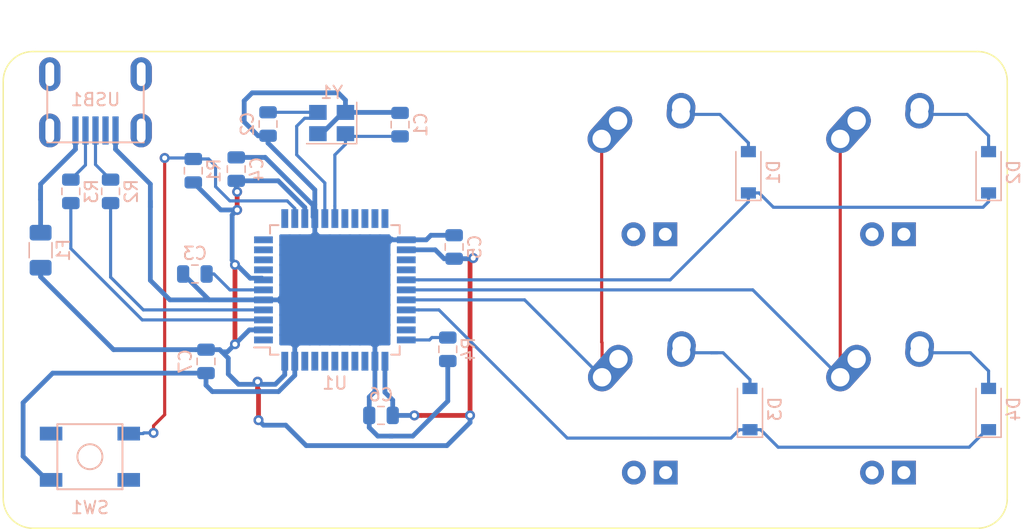
<source format=kicad_pcb>
(kicad_pcb (version 20171130) (host pcbnew "(5.1.4)-1")

  (general
    (thickness 1.6)
    (drawings 8)
    (tracks 229)
    (zones 0)
    (modules 24)
    (nets 45)
  )

  (page A4)
  (layers
    (0 F.Cu signal)
    (31 B.Cu signal)
    (32 B.Adhes user)
    (33 F.Adhes user)
    (34 B.Paste user)
    (35 F.Paste user)
    (36 B.SilkS user)
    (37 F.SilkS user)
    (38 B.Mask user)
    (39 F.Mask user)
    (40 Dwgs.User user)
    (41 Cmts.User user)
    (42 Eco1.User user)
    (43 Eco2.User user)
    (44 Edge.Cuts user)
    (45 Margin user)
    (46 B.CrtYd user)
    (47 F.CrtYd user)
    (48 B.Fab user)
    (49 F.Fab user)
  )

  (setup
    (last_trace_width 0.25)
    (trace_clearance 0.2)
    (zone_clearance 0.508)
    (zone_45_only no)
    (trace_min 0.2)
    (via_size 0.8)
    (via_drill 0.4)
    (via_min_size 0.4)
    (via_min_drill 0.3)
    (uvia_size 0.3)
    (uvia_drill 0.1)
    (uvias_allowed no)
    (uvia_min_size 0.2)
    (uvia_min_drill 0.1)
    (edge_width 0.05)
    (segment_width 0.2)
    (pcb_text_width 0.3)
    (pcb_text_size 1.5 1.5)
    (mod_edge_width 0.12)
    (mod_text_size 1 1)
    (mod_text_width 0.15)
    (pad_size 1.524 1.524)
    (pad_drill 0.762)
    (pad_to_mask_clearance 0.051)
    (solder_mask_min_width 0.25)
    (aux_axis_origin 0 0)
    (visible_elements 7FFFFFFF)
    (pcbplotparams
      (layerselection 0x010fc_ffffffff)
      (usegerberextensions false)
      (usegerberattributes false)
      (usegerberadvancedattributes false)
      (creategerberjobfile false)
      (excludeedgelayer true)
      (linewidth 0.100000)
      (plotframeref false)
      (viasonmask false)
      (mode 1)
      (useauxorigin false)
      (hpglpennumber 1)
      (hpglpenspeed 20)
      (hpglpendiameter 15.000000)
      (psnegative false)
      (psa4output false)
      (plotreference true)
      (plotvalue true)
      (plotinvisibletext false)
      (padsonsilk false)
      (subtractmaskfromsilk false)
      (outputformat 1)
      (mirror false)
      (drillshape 1)
      (scaleselection 1)
      (outputdirectory ""))
  )

  (net 0 "")
  (net 1 GND)
  (net 2 "Net-(C1-Pad1)")
  (net 3 "Net-(C2-Pad1)")
  (net 4 "Net-(C3-Pad1)")
  (net 5 +5V)
  (net 6 "Net-(D1-Pad2)")
  (net 7 ROW0)
  (net 8 "Net-(D2-Pad2)")
  (net 9 "Net-(D3-Pad2)")
  (net 10 ROW1)
  (net 11 "Net-(D4-Pad2)")
  (net 12 VCC)
  (net 13 COL0)
  (net 14 COL1)
  (net 15 "Net-(R1-Pad2)")
  (net 16 D+)
  (net 17 "Net-(R2-Pad1)")
  (net 18 D-)
  (net 19 "Net-(R3-Pad1)")
  (net 20 "Net-(R4-Pad2)")
  (net 21 "Net-(U1-Pad42)")
  (net 22 "Net-(U1-Pad41)")
  (net 23 "Net-(U1-Pad40)")
  (net 24 "Net-(U1-Pad39)")
  (net 25 "Net-(U1-Pad38)")
  (net 26 "Net-(U1-Pad37)")
  (net 27 "Net-(U1-Pad36)")
  (net 28 "Net-(U1-Pad32)")
  (net 29 "Net-(U1-Pad31)")
  (net 30 "Net-(U1-Pad26)")
  (net 31 "Net-(U1-Pad25)")
  (net 32 "Net-(U1-Pad22)")
  (net 33 "Net-(U1-Pad21)")
  (net 34 "Net-(U1-Pad20)")
  (net 35 "Net-(U1-Pad19)")
  (net 36 "Net-(U1-Pad18)")
  (net 37 "Net-(U1-Pad12)")
  (net 38 "Net-(U1-Pad11)")
  (net 39 "Net-(U1-Pad10)")
  (net 40 "Net-(U1-Pad9)")
  (net 41 "Net-(U1-Pad8)")
  (net 42 "Net-(U1-Pad1)")
  (net 43 "Net-(USB1-Pad6)")
  (net 44 "Net-(USB1-Pad2)")

  (net_class Default "This is the default net class."
    (clearance 0.2)
    (trace_width 0.25)
    (via_dia 0.8)
    (via_drill 0.4)
    (uvia_dia 0.3)
    (uvia_drill 0.1)
    (add_net COL0)
    (add_net COL1)
    (add_net D+)
    (add_net D-)
    (add_net "Net-(C1-Pad1)")
    (add_net "Net-(C2-Pad1)")
    (add_net "Net-(C3-Pad1)")
    (add_net "Net-(D1-Pad2)")
    (add_net "Net-(D2-Pad2)")
    (add_net "Net-(D3-Pad2)")
    (add_net "Net-(D4-Pad2)")
    (add_net "Net-(R1-Pad2)")
    (add_net "Net-(R2-Pad1)")
    (add_net "Net-(R3-Pad1)")
    (add_net "Net-(R4-Pad2)")
    (add_net "Net-(U1-Pad1)")
    (add_net "Net-(U1-Pad10)")
    (add_net "Net-(U1-Pad11)")
    (add_net "Net-(U1-Pad12)")
    (add_net "Net-(U1-Pad18)")
    (add_net "Net-(U1-Pad19)")
    (add_net "Net-(U1-Pad20)")
    (add_net "Net-(U1-Pad21)")
    (add_net "Net-(U1-Pad22)")
    (add_net "Net-(U1-Pad25)")
    (add_net "Net-(U1-Pad26)")
    (add_net "Net-(U1-Pad31)")
    (add_net "Net-(U1-Pad32)")
    (add_net "Net-(U1-Pad36)")
    (add_net "Net-(U1-Pad37)")
    (add_net "Net-(U1-Pad38)")
    (add_net "Net-(U1-Pad39)")
    (add_net "Net-(U1-Pad40)")
    (add_net "Net-(U1-Pad41)")
    (add_net "Net-(U1-Pad42)")
    (add_net "Net-(U1-Pad8)")
    (add_net "Net-(U1-Pad9)")
    (add_net "Net-(USB1-Pad2)")
    (add_net "Net-(USB1-Pad6)")
    (add_net ROW0)
    (add_net ROW1)
  )

  (net_class Power ""
    (clearance 0.2)
    (trace_width 0.381)
    (via_dia 0.8)
    (via_drill 0.4)
    (uvia_dia 0.3)
    (uvia_drill 0.1)
    (add_net +5V)
    (add_net GND)
    (add_net VCC)
  )

  (module random-keyboard-parts:Molex-0548190589 (layer B.Cu) (tedit 5C494815) (tstamp 609160F3)
    (at 62.93 33.56 270)
    (path /6097DBBA)
    (attr smd)
    (fp_text reference USB1 (at 2.032 0) (layer B.SilkS)
      (effects (font (size 1 1) (thickness 0.15)) (justify mirror))
    )
    (fp_text value Molex-0548190589 (at -5.08 0) (layer Dwgs.User)
      (effects (font (size 1 1) (thickness 0.15)))
    )
    (fp_text user %R (at 2 0) (layer B.CrtYd)
      (effects (font (size 1 1) (thickness 0.15)) (justify mirror))
    )
    (fp_line (start 3.25 1.25) (end 5.5 1.25) (layer B.CrtYd) (width 0.15))
    (fp_line (start 5.5 0.5) (end 3.25 0.5) (layer B.CrtYd) (width 0.15))
    (fp_line (start 3.25 -0.5) (end 5.5 -0.5) (layer B.CrtYd) (width 0.15))
    (fp_line (start 5.5 -1.25) (end 3.25 -1.25) (layer B.CrtYd) (width 0.15))
    (fp_line (start 3.25 -2) (end 5.5 -2) (layer B.CrtYd) (width 0.15))
    (fp_line (start 3.25 2) (end 3.25 -2) (layer B.CrtYd) (width 0.15))
    (fp_line (start 5.5 2) (end 3.25 2) (layer B.CrtYd) (width 0.15))
    (fp_line (start -3.75 -3.75) (end -3.75 3.75) (layer B.CrtYd) (width 0.15))
    (fp_line (start 5.5 -3.75) (end -3.75 -3.75) (layer B.CrtYd) (width 0.15))
    (fp_line (start 5.5 3.75) (end 5.5 -3.75) (layer B.CrtYd) (width 0.15))
    (fp_line (start -3.75 3.75) (end 5.5 3.75) (layer B.CrtYd) (width 0.15))
    (fp_line (start 0 3.85) (end 5.45 3.85) (layer B.SilkS) (width 0.15))
    (fp_line (start 0 -3.85) (end 5.45 -3.85) (layer B.SilkS) (width 0.15))
    (fp_line (start 5.45 3.85) (end 5.45 -3.85) (layer B.SilkS) (width 0.15))
    (fp_line (start -3.75 3.85) (end 0 3.85) (layer Dwgs.User) (width 0.15))
    (fp_line (start -3.75 -3.85) (end 0 -3.85) (layer Dwgs.User) (width 0.15))
    (fp_line (start -1.75 4.572) (end -1.75 -4.572) (layer Dwgs.User) (width 0.15))
    (fp_line (start -3.75 3.85) (end -3.75 -3.85) (layer Dwgs.User) (width 0.15))
    (pad 6 thru_hole oval (at 0 3.65 270) (size 2.7 1.7) (drill oval 1.9 0.7) (layers *.Cu *.Mask)
      (net 43 "Net-(USB1-Pad6)"))
    (pad 6 thru_hole oval (at 0 -3.65 270) (size 2.7 1.7) (drill oval 1.9 0.7) (layers *.Cu *.Mask)
      (net 43 "Net-(USB1-Pad6)"))
    (pad 6 thru_hole oval (at 4.5 -3.65 270) (size 2.7 1.7) (drill oval 1.9 0.7) (layers *.Cu *.Mask)
      (net 43 "Net-(USB1-Pad6)"))
    (pad 6 thru_hole oval (at 4.5 3.65 270) (size 2.7 1.7) (drill oval 1.9 0.7) (layers *.Cu *.Mask)
      (net 43 "Net-(USB1-Pad6)"))
    (pad 5 smd rect (at 4.5 1.6 270) (size 2.25 0.5) (layers B.Cu B.Paste B.Mask)
      (net 12 VCC))
    (pad 4 smd rect (at 4.5 0.8 270) (size 2.25 0.5) (layers B.Cu B.Paste B.Mask)
      (net 18 D-))
    (pad 3 smd rect (at 4.5 0 270) (size 2.25 0.5) (layers B.Cu B.Paste B.Mask)
      (net 16 D+))
    (pad 2 smd rect (at 4.5 -0.8 270) (size 2.25 0.5) (layers B.Cu B.Paste B.Mask)
      (net 44 "Net-(USB1-Pad2)"))
    (pad 1 smd rect (at 4.5 -1.6 270) (size 2.25 0.5) (layers B.Cu B.Paste B.Mask)
      (net 1 GND))
  )

  (module Capacitor_SMD:C_0805_2012Metric (layer B.Cu) (tedit 5B36C52B) (tstamp 60917215)
    (at 70.866 49.53 180)
    (descr "Capacitor SMD 0805 (2012 Metric), square (rectangular) end terminal, IPC_7351 nominal, (Body size source: https://docs.google.com/spreadsheets/d/1BsfQQcO9C6DZCsRaXUlFlo91Tg2WpOkGARC1WS5S8t0/edit?usp=sharing), generated with kicad-footprint-generator")
    (tags capacitor)
    (path /6094E121)
    (attr smd)
    (fp_text reference C3 (at 0 1.65) (layer B.SilkS)
      (effects (font (size 1 1) (thickness 0.15)) (justify mirror))
    )
    (fp_text value 1uF (at 0 -1.65) (layer B.Fab)
      (effects (font (size 1 1) (thickness 0.15)) (justify mirror))
    )
    (fp_text user %R (at 0 0) (layer B.Fab)
      (effects (font (size 0.5 0.5) (thickness 0.08)) (justify mirror))
    )
    (fp_line (start 1.68 -0.95) (end -1.68 -0.95) (layer B.CrtYd) (width 0.05))
    (fp_line (start 1.68 0.95) (end 1.68 -0.95) (layer B.CrtYd) (width 0.05))
    (fp_line (start -1.68 0.95) (end 1.68 0.95) (layer B.CrtYd) (width 0.05))
    (fp_line (start -1.68 -0.95) (end -1.68 0.95) (layer B.CrtYd) (width 0.05))
    (fp_line (start -0.258578 -0.71) (end 0.258578 -0.71) (layer B.SilkS) (width 0.12))
    (fp_line (start -0.258578 0.71) (end 0.258578 0.71) (layer B.SilkS) (width 0.12))
    (fp_line (start 1 -0.6) (end -1 -0.6) (layer B.Fab) (width 0.1))
    (fp_line (start 1 0.6) (end 1 -0.6) (layer B.Fab) (width 0.1))
    (fp_line (start -1 0.6) (end 1 0.6) (layer B.Fab) (width 0.1))
    (fp_line (start -1 -0.6) (end -1 0.6) (layer B.Fab) (width 0.1))
    (pad 2 smd roundrect (at 0.9375 0 180) (size 0.975 1.4) (layers B.Cu B.Paste B.Mask) (roundrect_rratio 0.25)
      (net 1 GND))
    (pad 1 smd roundrect (at -0.9375 0 180) (size 0.975 1.4) (layers B.Cu B.Paste B.Mask) (roundrect_rratio 0.25)
      (net 4 "Net-(C3-Pad1)"))
    (model ${KISYS3DMOD}/Capacitor_SMD.3dshapes/C_0805_2012Metric.wrl
      (at (xyz 0 0 0))
      (scale (xyz 1 1 1))
      (rotate (xyz 0 0 0))
    )
  )

  (module Crystal:Crystal_SMD_3225-4Pin_3.2x2.5mm (layer B.Cu) (tedit 5A0FD1B2) (tstamp 60918CF8)
    (at 81.788 37.465 180)
    (descr "SMD Crystal SERIES SMD3225/4 http://www.txccrystal.com/images/pdf/7m-accuracy.pdf, 3.2x2.5mm^2 package")
    (tags "SMD SMT crystal")
    (path /6096B66B)
    (attr smd)
    (fp_text reference Y1 (at 0 2.45) (layer B.SilkS)
      (effects (font (size 1 1) (thickness 0.15)) (justify mirror))
    )
    (fp_text value 16MHz (at 0 -2.45) (layer B.Fab)
      (effects (font (size 1 1) (thickness 0.15)) (justify mirror))
    )
    (fp_line (start 2.1 1.7) (end -2.1 1.7) (layer B.CrtYd) (width 0.05))
    (fp_line (start 2.1 -1.7) (end 2.1 1.7) (layer B.CrtYd) (width 0.05))
    (fp_line (start -2.1 -1.7) (end 2.1 -1.7) (layer B.CrtYd) (width 0.05))
    (fp_line (start -2.1 1.7) (end -2.1 -1.7) (layer B.CrtYd) (width 0.05))
    (fp_line (start -2 -1.65) (end 2 -1.65) (layer B.SilkS) (width 0.12))
    (fp_line (start -2 1.65) (end -2 -1.65) (layer B.SilkS) (width 0.12))
    (fp_line (start -1.6 -0.25) (end -0.6 -1.25) (layer B.Fab) (width 0.1))
    (fp_line (start 1.6 1.25) (end -1.6 1.25) (layer B.Fab) (width 0.1))
    (fp_line (start 1.6 -1.25) (end 1.6 1.25) (layer B.Fab) (width 0.1))
    (fp_line (start -1.6 -1.25) (end 1.6 -1.25) (layer B.Fab) (width 0.1))
    (fp_line (start -1.6 1.25) (end -1.6 -1.25) (layer B.Fab) (width 0.1))
    (fp_text user %R (at 0 0) (layer B.Fab)
      (effects (font (size 0.7 0.7) (thickness 0.105)) (justify mirror))
    )
    (pad 4 smd rect (at -1.1 0.85 180) (size 1.4 1.2) (layers B.Cu B.Paste B.Mask)
      (net 1 GND))
    (pad 3 smd rect (at 1.1 0.85 180) (size 1.4 1.2) (layers B.Cu B.Paste B.Mask)
      (net 3 "Net-(C2-Pad1)"))
    (pad 2 smd rect (at 1.1 -0.85 180) (size 1.4 1.2) (layers B.Cu B.Paste B.Mask)
      (net 1 GND))
    (pad 1 smd rect (at -1.1 -0.85 180) (size 1.4 1.2) (layers B.Cu B.Paste B.Mask)
      (net 2 "Net-(C1-Pad1)"))
    (model ${KISYS3DMOD}/Crystal.3dshapes/Crystal_SMD_3225-4Pin_3.2x2.5mm.wrl
      (at (xyz 0 0 0))
      (scale (xyz 1 1 1))
      (rotate (xyz 0 0 0))
    )
  )

  (module Package_QFP:TQFP-44_10x10mm_P0.8mm (layer B.Cu) (tedit 5A02F146) (tstamp 609173D7)
    (at 82.042 50.8)
    (descr "44-Lead Plastic Thin Quad Flatpack (PT) - 10x10x1.0 mm Body [TQFP] (see Microchip Packaging Specification 00000049BS.pdf)")
    (tags "QFP 0.8")
    (path /609113DA)
    (attr smd)
    (fp_text reference U1 (at 0 7.45) (layer B.SilkS)
      (effects (font (size 1 1) (thickness 0.15)) (justify mirror))
    )
    (fp_text value ATmega32U4-AU (at 0 -7.45) (layer B.Fab)
      (effects (font (size 1 1) (thickness 0.15)) (justify mirror))
    )
    (fp_line (start -5.175 4.6) (end -6.45 4.6) (layer B.SilkS) (width 0.15))
    (fp_line (start 5.175 5.175) (end 4.5 5.175) (layer B.SilkS) (width 0.15))
    (fp_line (start 5.175 -5.175) (end 4.5 -5.175) (layer B.SilkS) (width 0.15))
    (fp_line (start -5.175 -5.175) (end -4.5 -5.175) (layer B.SilkS) (width 0.15))
    (fp_line (start -5.175 5.175) (end -4.5 5.175) (layer B.SilkS) (width 0.15))
    (fp_line (start -5.175 -5.175) (end -5.175 -4.5) (layer B.SilkS) (width 0.15))
    (fp_line (start 5.175 -5.175) (end 5.175 -4.5) (layer B.SilkS) (width 0.15))
    (fp_line (start 5.175 5.175) (end 5.175 4.5) (layer B.SilkS) (width 0.15))
    (fp_line (start -5.175 5.175) (end -5.175 4.6) (layer B.SilkS) (width 0.15))
    (fp_line (start -6.7 -6.7) (end 6.7 -6.7) (layer B.CrtYd) (width 0.05))
    (fp_line (start -6.7 6.7) (end 6.7 6.7) (layer B.CrtYd) (width 0.05))
    (fp_line (start 6.7 6.7) (end 6.7 -6.7) (layer B.CrtYd) (width 0.05))
    (fp_line (start -6.7 6.7) (end -6.7 -6.7) (layer B.CrtYd) (width 0.05))
    (fp_line (start -5 4) (end -4 5) (layer B.Fab) (width 0.15))
    (fp_line (start -5 -5) (end -5 4) (layer B.Fab) (width 0.15))
    (fp_line (start 5 -5) (end -5 -5) (layer B.Fab) (width 0.15))
    (fp_line (start 5 5) (end 5 -5) (layer B.Fab) (width 0.15))
    (fp_line (start -4 5) (end 5 5) (layer B.Fab) (width 0.15))
    (fp_text user %R (at 0 0) (layer B.Fab)
      (effects (font (size 1 1) (thickness 0.15)) (justify mirror))
    )
    (pad 44 smd rect (at -4 5.7 270) (size 1.5 0.55) (layers B.Cu B.Paste B.Mask)
      (net 5 +5V))
    (pad 43 smd rect (at -3.2 5.7 270) (size 1.5 0.55) (layers B.Cu B.Paste B.Mask)
      (net 1 GND))
    (pad 42 smd rect (at -2.4 5.7 270) (size 1.5 0.55) (layers B.Cu B.Paste B.Mask)
      (net 21 "Net-(U1-Pad42)"))
    (pad 41 smd rect (at -1.6 5.7 270) (size 1.5 0.55) (layers B.Cu B.Paste B.Mask)
      (net 22 "Net-(U1-Pad41)"))
    (pad 40 smd rect (at -0.8 5.7 270) (size 1.5 0.55) (layers B.Cu B.Paste B.Mask)
      (net 23 "Net-(U1-Pad40)"))
    (pad 39 smd rect (at 0 5.7 270) (size 1.5 0.55) (layers B.Cu B.Paste B.Mask)
      (net 24 "Net-(U1-Pad39)"))
    (pad 38 smd rect (at 0.8 5.7 270) (size 1.5 0.55) (layers B.Cu B.Paste B.Mask)
      (net 25 "Net-(U1-Pad38)"))
    (pad 37 smd rect (at 1.6 5.7 270) (size 1.5 0.55) (layers B.Cu B.Paste B.Mask)
      (net 26 "Net-(U1-Pad37)"))
    (pad 36 smd rect (at 2.4 5.7 270) (size 1.5 0.55) (layers B.Cu B.Paste B.Mask)
      (net 27 "Net-(U1-Pad36)"))
    (pad 35 smd rect (at 3.2 5.7 270) (size 1.5 0.55) (layers B.Cu B.Paste B.Mask)
      (net 1 GND))
    (pad 34 smd rect (at 4 5.7 270) (size 1.5 0.55) (layers B.Cu B.Paste B.Mask)
      (net 5 +5V))
    (pad 33 smd rect (at 5.7 4) (size 1.5 0.55) (layers B.Cu B.Paste B.Mask)
      (net 20 "Net-(R4-Pad2)"))
    (pad 32 smd rect (at 5.7 3.2) (size 1.5 0.55) (layers B.Cu B.Paste B.Mask)
      (net 28 "Net-(U1-Pad32)"))
    (pad 31 smd rect (at 5.7 2.4) (size 1.5 0.55) (layers B.Cu B.Paste B.Mask)
      (net 29 "Net-(U1-Pad31)"))
    (pad 30 smd rect (at 5.7 1.6) (size 1.5 0.55) (layers B.Cu B.Paste B.Mask)
      (net 10 ROW1))
    (pad 29 smd rect (at 5.7 0.8) (size 1.5 0.55) (layers B.Cu B.Paste B.Mask)
      (net 13 COL0))
    (pad 28 smd rect (at 5.7 0) (size 1.5 0.55) (layers B.Cu B.Paste B.Mask)
      (net 14 COL1))
    (pad 27 smd rect (at 5.7 -0.8) (size 1.5 0.55) (layers B.Cu B.Paste B.Mask)
      (net 7 ROW0))
    (pad 26 smd rect (at 5.7 -1.6) (size 1.5 0.55) (layers B.Cu B.Paste B.Mask)
      (net 30 "Net-(U1-Pad26)"))
    (pad 25 smd rect (at 5.7 -2.4) (size 1.5 0.55) (layers B.Cu B.Paste B.Mask)
      (net 31 "Net-(U1-Pad25)"))
    (pad 24 smd rect (at 5.7 -3.2) (size 1.5 0.55) (layers B.Cu B.Paste B.Mask)
      (net 5 +5V))
    (pad 23 smd rect (at 5.7 -4) (size 1.5 0.55) (layers B.Cu B.Paste B.Mask)
      (net 1 GND))
    (pad 22 smd rect (at 4 -5.7 270) (size 1.5 0.55) (layers B.Cu B.Paste B.Mask)
      (net 32 "Net-(U1-Pad22)"))
    (pad 21 smd rect (at 3.2 -5.7 270) (size 1.5 0.55) (layers B.Cu B.Paste B.Mask)
      (net 33 "Net-(U1-Pad21)"))
    (pad 20 smd rect (at 2.4 -5.7 270) (size 1.5 0.55) (layers B.Cu B.Paste B.Mask)
      (net 34 "Net-(U1-Pad20)"))
    (pad 19 smd rect (at 1.6 -5.7 270) (size 1.5 0.55) (layers B.Cu B.Paste B.Mask)
      (net 35 "Net-(U1-Pad19)"))
    (pad 18 smd rect (at 0.8 -5.7 270) (size 1.5 0.55) (layers B.Cu B.Paste B.Mask)
      (net 36 "Net-(U1-Pad18)"))
    (pad 17 smd rect (at 0 -5.7 270) (size 1.5 0.55) (layers B.Cu B.Paste B.Mask)
      (net 2 "Net-(C1-Pad1)"))
    (pad 16 smd rect (at -0.8 -5.7 270) (size 1.5 0.55) (layers B.Cu B.Paste B.Mask)
      (net 3 "Net-(C2-Pad1)"))
    (pad 15 smd rect (at -1.6 -5.7 270) (size 1.5 0.55) (layers B.Cu B.Paste B.Mask)
      (net 1 GND))
    (pad 14 smd rect (at -2.4 -5.7 270) (size 1.5 0.55) (layers B.Cu B.Paste B.Mask)
      (net 5 +5V))
    (pad 13 smd rect (at -3.2 -5.7 270) (size 1.5 0.55) (layers B.Cu B.Paste B.Mask)
      (net 15 "Net-(R1-Pad2)"))
    (pad 12 smd rect (at -4 -5.7 270) (size 1.5 0.55) (layers B.Cu B.Paste B.Mask)
      (net 37 "Net-(U1-Pad12)"))
    (pad 11 smd rect (at -5.7 -4) (size 1.5 0.55) (layers B.Cu B.Paste B.Mask)
      (net 38 "Net-(U1-Pad11)"))
    (pad 10 smd rect (at -5.7 -3.2) (size 1.5 0.55) (layers B.Cu B.Paste B.Mask)
      (net 39 "Net-(U1-Pad10)"))
    (pad 9 smd rect (at -5.7 -2.4) (size 1.5 0.55) (layers B.Cu B.Paste B.Mask)
      (net 40 "Net-(U1-Pad9)"))
    (pad 8 smd rect (at -5.7 -1.6) (size 1.5 0.55) (layers B.Cu B.Paste B.Mask)
      (net 41 "Net-(U1-Pad8)"))
    (pad 7 smd rect (at -5.7 -0.8) (size 1.5 0.55) (layers B.Cu B.Paste B.Mask)
      (net 5 +5V))
    (pad 6 smd rect (at -5.7 0) (size 1.5 0.55) (layers B.Cu B.Paste B.Mask)
      (net 4 "Net-(C3-Pad1)"))
    (pad 5 smd rect (at -5.7 0.8) (size 1.5 0.55) (layers B.Cu B.Paste B.Mask)
      (net 1 GND))
    (pad 4 smd rect (at -5.7 1.6) (size 1.5 0.55) (layers B.Cu B.Paste B.Mask)
      (net 17 "Net-(R2-Pad1)"))
    (pad 3 smd rect (at -5.7 2.4) (size 1.5 0.55) (layers B.Cu B.Paste B.Mask)
      (net 19 "Net-(R3-Pad1)"))
    (pad 2 smd rect (at -5.7 3.2) (size 1.5 0.55) (layers B.Cu B.Paste B.Mask)
      (net 5 +5V))
    (pad 1 smd rect (at -5.7 4) (size 1.5 0.55) (layers B.Cu B.Paste B.Mask)
      (net 42 "Net-(U1-Pad1)"))
    (model ${KISYS3DMOD}/Package_QFP.3dshapes/TQFP-44_10x10mm_P0.8mm.wrl
      (at (xyz 0 0 0))
      (scale (xyz 1 1 1))
      (rotate (xyz 0 0 0))
    )
  )

  (module random-keyboard-parts:SKQG-1155865 (layer B.Cu) (tedit 5E62B398) (tstamp 60917394)
    (at 62.484 64.135 180)
    (path /60977267)
    (attr smd)
    (fp_text reference SW1 (at 0 -4.064) (layer B.SilkS)
      (effects (font (size 1 1) (thickness 0.15)) (justify mirror))
    )
    (fp_text value SW_Push (at 0 4.064) (layer B.Fab)
      (effects (font (size 1 1) (thickness 0.15)) (justify mirror))
    )
    (fp_line (start -2.6 2.6) (end 2.6 2.6) (layer B.SilkS) (width 0.15))
    (fp_line (start 2.6 2.6) (end 2.6 -2.6) (layer B.SilkS) (width 0.15))
    (fp_line (start 2.6 -2.6) (end -2.6 -2.6) (layer B.SilkS) (width 0.15))
    (fp_line (start -2.6 -2.6) (end -2.6 2.6) (layer B.SilkS) (width 0.15))
    (fp_circle (center 0 0) (end 1 0) (layer B.SilkS) (width 0.15))
    (fp_line (start -4.2 2.6) (end 4.2 2.6) (layer B.Fab) (width 0.15))
    (fp_line (start 4.2 2.6) (end 4.2 1.2) (layer B.Fab) (width 0.15))
    (fp_line (start 4.2 1.1) (end 2.6 1.1) (layer B.Fab) (width 0.15))
    (fp_line (start 2.6 1.1) (end 2.6 -1.1) (layer B.Fab) (width 0.15))
    (fp_line (start 2.6 -1.1) (end 4.2 -1.1) (layer B.Fab) (width 0.15))
    (fp_line (start 4.2 -1.1) (end 4.2 -2.6) (layer B.Fab) (width 0.15))
    (fp_line (start 4.2 -2.6) (end -4.2 -2.6) (layer B.Fab) (width 0.15))
    (fp_line (start -4.2 -2.6) (end -4.2 -1.1) (layer B.Fab) (width 0.15))
    (fp_line (start -4.2 -1.1) (end -2.6 -1.1) (layer B.Fab) (width 0.15))
    (fp_line (start -2.6 -1.1) (end -2.6 1.1) (layer B.Fab) (width 0.15))
    (fp_line (start -2.6 1.1) (end -4.2 1.1) (layer B.Fab) (width 0.15))
    (fp_line (start -4.2 1.1) (end -4.2 2.6) (layer B.Fab) (width 0.15))
    (fp_circle (center 0 0) (end 1 0) (layer B.Fab) (width 0.15))
    (fp_line (start -2.6 1.1) (end -1.1 2.6) (layer B.Fab) (width 0.15))
    (fp_line (start 2.6 1.1) (end 1.1 2.6) (layer B.Fab) (width 0.15))
    (fp_line (start 2.6 -1.1) (end 1.1 -2.6) (layer B.Fab) (width 0.15))
    (fp_line (start -2.6 -1.1) (end -1.1 -2.6) (layer B.Fab) (width 0.15))
    (pad 4 smd rect (at -3.1 -1.85 180) (size 1.8 1.1) (layers B.Cu B.Paste B.Mask))
    (pad 3 smd rect (at 3.1 1.85 180) (size 1.8 1.1) (layers B.Cu B.Paste B.Mask))
    (pad 2 smd rect (at -3.1 1.85 180) (size 1.8 1.1) (layers B.Cu B.Paste B.Mask)
      (net 15 "Net-(R1-Pad2)"))
    (pad 1 smd rect (at 3.1 -1.85 180) (size 1.8 1.1) (layers B.Cu B.Paste B.Mask)
      (net 1 GND))
    (model ${KISYS3DMOD}/Button_Switch_SMD.3dshapes/SW_SPST_TL3342.step
      (at (xyz 0 0 0))
      (scale (xyz 1 1 1))
      (rotate (xyz 0 0 0))
    )
  )

  (module Resistor_SMD:R_0805_2012Metric (layer B.Cu) (tedit 5B36C52B) (tstamp 60917376)
    (at 91.059 55.5475 90)
    (descr "Resistor SMD 0805 (2012 Metric), square (rectangular) end terminal, IPC_7351 nominal, (Body size source: https://docs.google.com/spreadsheets/d/1BsfQQcO9C6DZCsRaXUlFlo91Tg2WpOkGARC1WS5S8t0/edit?usp=sharing), generated with kicad-footprint-generator")
    (tags resistor)
    (path /60948A3E)
    (attr smd)
    (fp_text reference R4 (at 0 1.65 90) (layer B.SilkS)
      (effects (font (size 1 1) (thickness 0.15)) (justify mirror))
    )
    (fp_text value 10k (at 0 -1.65 90) (layer B.Fab)
      (effects (font (size 1 1) (thickness 0.15)) (justify mirror))
    )
    (fp_text user %R (at 0 0 90) (layer B.Fab)
      (effects (font (size 0.5 0.5) (thickness 0.08)) (justify mirror))
    )
    (fp_line (start 1.68 -0.95) (end -1.68 -0.95) (layer B.CrtYd) (width 0.05))
    (fp_line (start 1.68 0.95) (end 1.68 -0.95) (layer B.CrtYd) (width 0.05))
    (fp_line (start -1.68 0.95) (end 1.68 0.95) (layer B.CrtYd) (width 0.05))
    (fp_line (start -1.68 -0.95) (end -1.68 0.95) (layer B.CrtYd) (width 0.05))
    (fp_line (start -0.258578 -0.71) (end 0.258578 -0.71) (layer B.SilkS) (width 0.12))
    (fp_line (start -0.258578 0.71) (end 0.258578 0.71) (layer B.SilkS) (width 0.12))
    (fp_line (start 1 -0.6) (end -1 -0.6) (layer B.Fab) (width 0.1))
    (fp_line (start 1 0.6) (end 1 -0.6) (layer B.Fab) (width 0.1))
    (fp_line (start -1 0.6) (end 1 0.6) (layer B.Fab) (width 0.1))
    (fp_line (start -1 -0.6) (end -1 0.6) (layer B.Fab) (width 0.1))
    (pad 2 smd roundrect (at 0.9375 0 90) (size 0.975 1.4) (layers B.Cu B.Paste B.Mask) (roundrect_rratio 0.25)
      (net 20 "Net-(R4-Pad2)"))
    (pad 1 smd roundrect (at -0.9375 0 90) (size 0.975 1.4) (layers B.Cu B.Paste B.Mask) (roundrect_rratio 0.25)
      (net 1 GND))
    (model ${KISYS3DMOD}/Resistor_SMD.3dshapes/R_0805_2012Metric.wrl
      (at (xyz 0 0 0))
      (scale (xyz 1 1 1))
      (rotate (xyz 0 0 0))
    )
  )

  (module Resistor_SMD:R_0805_2012Metric (layer B.Cu) (tedit 5B36C52B) (tstamp 60917365)
    (at 60.96 42.926 90)
    (descr "Resistor SMD 0805 (2012 Metric), square (rectangular) end terminal, IPC_7351 nominal, (Body size source: https://docs.google.com/spreadsheets/d/1BsfQQcO9C6DZCsRaXUlFlo91Tg2WpOkGARC1WS5S8t0/edit?usp=sharing), generated with kicad-footprint-generator")
    (tags resistor)
    (path /6094B389)
    (attr smd)
    (fp_text reference R3 (at 0 1.65 90) (layer B.SilkS)
      (effects (font (size 1 1) (thickness 0.15)) (justify mirror))
    )
    (fp_text value 22 (at 0 -1.65 90) (layer B.Fab)
      (effects (font (size 1 1) (thickness 0.15)) (justify mirror))
    )
    (fp_text user %R (at 0 0 90) (layer B.Fab)
      (effects (font (size 0.5 0.5) (thickness 0.08)) (justify mirror))
    )
    (fp_line (start 1.68 -0.95) (end -1.68 -0.95) (layer B.CrtYd) (width 0.05))
    (fp_line (start 1.68 0.95) (end 1.68 -0.95) (layer B.CrtYd) (width 0.05))
    (fp_line (start -1.68 0.95) (end 1.68 0.95) (layer B.CrtYd) (width 0.05))
    (fp_line (start -1.68 -0.95) (end -1.68 0.95) (layer B.CrtYd) (width 0.05))
    (fp_line (start -0.258578 -0.71) (end 0.258578 -0.71) (layer B.SilkS) (width 0.12))
    (fp_line (start -0.258578 0.71) (end 0.258578 0.71) (layer B.SilkS) (width 0.12))
    (fp_line (start 1 -0.6) (end -1 -0.6) (layer B.Fab) (width 0.1))
    (fp_line (start 1 0.6) (end 1 -0.6) (layer B.Fab) (width 0.1))
    (fp_line (start -1 0.6) (end 1 0.6) (layer B.Fab) (width 0.1))
    (fp_line (start -1 -0.6) (end -1 0.6) (layer B.Fab) (width 0.1))
    (pad 2 smd roundrect (at 0.9375 0 90) (size 0.975 1.4) (layers B.Cu B.Paste B.Mask) (roundrect_rratio 0.25)
      (net 18 D-))
    (pad 1 smd roundrect (at -0.9375 0 90) (size 0.975 1.4) (layers B.Cu B.Paste B.Mask) (roundrect_rratio 0.25)
      (net 19 "Net-(R3-Pad1)"))
    (model ${KISYS3DMOD}/Resistor_SMD.3dshapes/R_0805_2012Metric.wrl
      (at (xyz 0 0 0))
      (scale (xyz 1 1 1))
      (rotate (xyz 0 0 0))
    )
  )

  (module Resistor_SMD:R_0805_2012Metric (layer B.Cu) (tedit 5B36C52B) (tstamp 60917354)
    (at 64.135 42.926 90)
    (descr "Resistor SMD 0805 (2012 Metric), square (rectangular) end terminal, IPC_7351 nominal, (Body size source: https://docs.google.com/spreadsheets/d/1BsfQQcO9C6DZCsRaXUlFlo91Tg2WpOkGARC1WS5S8t0/edit?usp=sharing), generated with kicad-footprint-generator")
    (tags resistor)
    (path /6094A534)
    (attr smd)
    (fp_text reference R2 (at 0 1.65 90) (layer B.SilkS)
      (effects (font (size 1 1) (thickness 0.15)) (justify mirror))
    )
    (fp_text value 22 (at 0 -1.65 90) (layer B.Fab)
      (effects (font (size 1 1) (thickness 0.15)) (justify mirror))
    )
    (fp_text user %R (at 0 0 90) (layer B.Fab)
      (effects (font (size 0.5 0.5) (thickness 0.08)) (justify mirror))
    )
    (fp_line (start 1.68 -0.95) (end -1.68 -0.95) (layer B.CrtYd) (width 0.05))
    (fp_line (start 1.68 0.95) (end 1.68 -0.95) (layer B.CrtYd) (width 0.05))
    (fp_line (start -1.68 0.95) (end 1.68 0.95) (layer B.CrtYd) (width 0.05))
    (fp_line (start -1.68 -0.95) (end -1.68 0.95) (layer B.CrtYd) (width 0.05))
    (fp_line (start -0.258578 -0.71) (end 0.258578 -0.71) (layer B.SilkS) (width 0.12))
    (fp_line (start -0.258578 0.71) (end 0.258578 0.71) (layer B.SilkS) (width 0.12))
    (fp_line (start 1 -0.6) (end -1 -0.6) (layer B.Fab) (width 0.1))
    (fp_line (start 1 0.6) (end 1 -0.6) (layer B.Fab) (width 0.1))
    (fp_line (start -1 0.6) (end 1 0.6) (layer B.Fab) (width 0.1))
    (fp_line (start -1 -0.6) (end -1 0.6) (layer B.Fab) (width 0.1))
    (pad 2 smd roundrect (at 0.9375 0 90) (size 0.975 1.4) (layers B.Cu B.Paste B.Mask) (roundrect_rratio 0.25)
      (net 16 D+))
    (pad 1 smd roundrect (at -0.9375 0 90) (size 0.975 1.4) (layers B.Cu B.Paste B.Mask) (roundrect_rratio 0.25)
      (net 17 "Net-(R2-Pad1)"))
    (model ${KISYS3DMOD}/Resistor_SMD.3dshapes/R_0805_2012Metric.wrl
      (at (xyz 0 0 0))
      (scale (xyz 1 1 1))
      (rotate (xyz 0 0 0))
    )
  )

  (module Resistor_SMD:R_0805_2012Metric (layer B.Cu) (tedit 5B36C52B) (tstamp 60917343)
    (at 70.739 41.275 90)
    (descr "Resistor SMD 0805 (2012 Metric), square (rectangular) end terminal, IPC_7351 nominal, (Body size source: https://docs.google.com/spreadsheets/d/1BsfQQcO9C6DZCsRaXUlFlo91Tg2WpOkGARC1WS5S8t0/edit?usp=sharing), generated with kicad-footprint-generator")
    (tags resistor)
    (path /60979EC6)
    (attr smd)
    (fp_text reference R1 (at 0 1.65 270) (layer B.SilkS)
      (effects (font (size 1 1) (thickness 0.15)) (justify mirror))
    )
    (fp_text value 10k (at 0 -1.65 270) (layer B.Fab)
      (effects (font (size 1 1) (thickness 0.15)) (justify mirror))
    )
    (fp_text user %R (at 0 0 270) (layer B.Fab)
      (effects (font (size 0.5 0.5) (thickness 0.08)) (justify mirror))
    )
    (fp_line (start 1.68 -0.95) (end -1.68 -0.95) (layer B.CrtYd) (width 0.05))
    (fp_line (start 1.68 0.95) (end 1.68 -0.95) (layer B.CrtYd) (width 0.05))
    (fp_line (start -1.68 0.95) (end 1.68 0.95) (layer B.CrtYd) (width 0.05))
    (fp_line (start -1.68 -0.95) (end -1.68 0.95) (layer B.CrtYd) (width 0.05))
    (fp_line (start -0.258578 -0.71) (end 0.258578 -0.71) (layer B.SilkS) (width 0.12))
    (fp_line (start -0.258578 0.71) (end 0.258578 0.71) (layer B.SilkS) (width 0.12))
    (fp_line (start 1 -0.6) (end -1 -0.6) (layer B.Fab) (width 0.1))
    (fp_line (start 1 0.6) (end 1 -0.6) (layer B.Fab) (width 0.1))
    (fp_line (start -1 0.6) (end 1 0.6) (layer B.Fab) (width 0.1))
    (fp_line (start -1 -0.6) (end -1 0.6) (layer B.Fab) (width 0.1))
    (pad 2 smd roundrect (at 0.9375 0 90) (size 0.975 1.4) (layers B.Cu B.Paste B.Mask) (roundrect_rratio 0.25)
      (net 15 "Net-(R1-Pad2)"))
    (pad 1 smd roundrect (at -0.9375 0 90) (size 0.975 1.4) (layers B.Cu B.Paste B.Mask) (roundrect_rratio 0.25)
      (net 5 +5V))
    (model ${KISYS3DMOD}/Resistor_SMD.3dshapes/R_0805_2012Metric.wrl
      (at (xyz 0 0 0))
      (scale (xyz 1 1 1))
      (rotate (xyz 0 0 0))
    )
  )

  (module MX_Alps_Hybrid:MX-1U (layer F.Cu) (tedit 5A9F3A9A) (tstamp 60917332)
    (at 126.20625 60.325)
    (path /6099A5B0)
    (fp_text reference MX4 (at 0 3.175) (layer Dwgs.User)
      (effects (font (size 1 1) (thickness 0.15)))
    )
    (fp_text value MX-NoLED (at 0 -7.9375) (layer Dwgs.User)
      (effects (font (size 1 1) (thickness 0.15)))
    )
    (fp_line (start -9.525 9.525) (end -9.525 -9.525) (layer Dwgs.User) (width 0.15))
    (fp_line (start 9.525 9.525) (end -9.525 9.525) (layer Dwgs.User) (width 0.15))
    (fp_line (start 9.525 -9.525) (end 9.525 9.525) (layer Dwgs.User) (width 0.15))
    (fp_line (start -9.525 -9.525) (end 9.525 -9.525) (layer Dwgs.User) (width 0.15))
    (fp_line (start -7 -7) (end -7 -5) (layer Dwgs.User) (width 0.15))
    (fp_line (start -5 -7) (end -7 -7) (layer Dwgs.User) (width 0.15))
    (fp_line (start -7 7) (end -5 7) (layer Dwgs.User) (width 0.15))
    (fp_line (start -7 5) (end -7 7) (layer Dwgs.User) (width 0.15))
    (fp_line (start 7 7) (end 7 5) (layer Dwgs.User) (width 0.15))
    (fp_line (start 5 7) (end 7 7) (layer Dwgs.User) (width 0.15))
    (fp_line (start 7 -7) (end 7 -5) (layer Dwgs.User) (width 0.15))
    (fp_line (start 5 -7) (end 7 -7) (layer Dwgs.User) (width 0.15))
    (pad "" np_thru_hole circle (at 5.08 0 48.0996) (size 1.75 1.75) (drill 1.75) (layers *.Cu *.Mask))
    (pad "" np_thru_hole circle (at -5.08 0 48.0996) (size 1.75 1.75) (drill 1.75) (layers *.Cu *.Mask))
    (pad 4 thru_hole rect (at 1.27 5.08) (size 1.905 1.905) (drill 1.04) (layers *.Cu B.Mask))
    (pad 3 thru_hole circle (at -1.27 5.08) (size 1.905 1.905) (drill 1.04) (layers *.Cu B.Mask))
    (pad 1 thru_hole circle (at -2.5 -4) (size 2.25 2.25) (drill 1.47) (layers *.Cu B.Mask)
      (net 14 COL1))
    (pad "" np_thru_hole circle (at 0 0) (size 3.9878 3.9878) (drill 3.9878) (layers *.Cu *.Mask))
    (pad 1 thru_hole oval (at -3.81 -2.54 48.0996) (size 4.211556 2.25) (drill 1.47 (offset 0.980778 0)) (layers *.Cu B.Mask)
      (net 14 COL1))
    (pad 2 thru_hole circle (at 2.54 -5.08) (size 2.25 2.25) (drill 1.47) (layers *.Cu B.Mask)
      (net 11 "Net-(D4-Pad2)"))
    (pad 2 thru_hole oval (at 2.5 -4.5 86.0548) (size 2.831378 2.25) (drill 1.47 (offset 0.290689 0)) (layers *.Cu B.Mask)
      (net 11 "Net-(D4-Pad2)"))
  )

  (module MX_Alps_Hybrid:MX-1U (layer F.Cu) (tedit 5A9F3A9A) (tstamp 60917319)
    (at 107.188 60.325)
    (path /60998BB1)
    (fp_text reference MX3 (at 0 3.175) (layer Dwgs.User)
      (effects (font (size 1 1) (thickness 0.15)))
    )
    (fp_text value MX-NoLED (at 0 -7.9375) (layer Dwgs.User)
      (effects (font (size 1 1) (thickness 0.15)))
    )
    (fp_line (start -9.525 9.525) (end -9.525 -9.525) (layer Dwgs.User) (width 0.15))
    (fp_line (start 9.525 9.525) (end -9.525 9.525) (layer Dwgs.User) (width 0.15))
    (fp_line (start 9.525 -9.525) (end 9.525 9.525) (layer Dwgs.User) (width 0.15))
    (fp_line (start -9.525 -9.525) (end 9.525 -9.525) (layer Dwgs.User) (width 0.15))
    (fp_line (start -7 -7) (end -7 -5) (layer Dwgs.User) (width 0.15))
    (fp_line (start -5 -7) (end -7 -7) (layer Dwgs.User) (width 0.15))
    (fp_line (start -7 7) (end -5 7) (layer Dwgs.User) (width 0.15))
    (fp_line (start -7 5) (end -7 7) (layer Dwgs.User) (width 0.15))
    (fp_line (start 7 7) (end 7 5) (layer Dwgs.User) (width 0.15))
    (fp_line (start 5 7) (end 7 7) (layer Dwgs.User) (width 0.15))
    (fp_line (start 7 -7) (end 7 -5) (layer Dwgs.User) (width 0.15))
    (fp_line (start 5 -7) (end 7 -7) (layer Dwgs.User) (width 0.15))
    (pad "" np_thru_hole circle (at 5.08 0 48.0996) (size 1.75 1.75) (drill 1.75) (layers *.Cu *.Mask))
    (pad "" np_thru_hole circle (at -5.08 0 48.0996) (size 1.75 1.75) (drill 1.75) (layers *.Cu *.Mask))
    (pad 4 thru_hole rect (at 1.27 5.08) (size 1.905 1.905) (drill 1.04) (layers *.Cu B.Mask))
    (pad 3 thru_hole circle (at -1.27 5.08) (size 1.905 1.905) (drill 1.04) (layers *.Cu B.Mask))
    (pad 1 thru_hole circle (at -2.5 -4) (size 2.25 2.25) (drill 1.47) (layers *.Cu B.Mask)
      (net 13 COL0))
    (pad "" np_thru_hole circle (at 0 0) (size 3.9878 3.9878) (drill 3.9878) (layers *.Cu *.Mask))
    (pad 1 thru_hole oval (at -3.81 -2.54 48.0996) (size 4.211556 2.25) (drill 1.47 (offset 0.980778 0)) (layers *.Cu B.Mask)
      (net 13 COL0))
    (pad 2 thru_hole circle (at 2.54 -5.08) (size 2.25 2.25) (drill 1.47) (layers *.Cu B.Mask)
      (net 9 "Net-(D3-Pad2)"))
    (pad 2 thru_hole oval (at 2.5 -4.5 86.0548) (size 2.831378 2.25) (drill 1.47 (offset 0.290689 0)) (layers *.Cu B.Mask)
      (net 9 "Net-(D3-Pad2)"))
  )

  (module MX_Alps_Hybrid:MX-1U (layer F.Cu) (tedit 5A9F3A9A) (tstamp 60917300)
    (at 126.20625 41.275)
    (path /60996360)
    (fp_text reference MX2 (at 0 3.175) (layer Dwgs.User)
      (effects (font (size 1 1) (thickness 0.15)))
    )
    (fp_text value MX-NoLED (at 0 -7.9375) (layer Dwgs.User)
      (effects (font (size 1 1) (thickness 0.15)))
    )
    (fp_line (start -9.525 9.525) (end -9.525 -9.525) (layer Dwgs.User) (width 0.15))
    (fp_line (start 9.525 9.525) (end -9.525 9.525) (layer Dwgs.User) (width 0.15))
    (fp_line (start 9.525 -9.525) (end 9.525 9.525) (layer Dwgs.User) (width 0.15))
    (fp_line (start -9.525 -9.525) (end 9.525 -9.525) (layer Dwgs.User) (width 0.15))
    (fp_line (start -7 -7) (end -7 -5) (layer Dwgs.User) (width 0.15))
    (fp_line (start -5 -7) (end -7 -7) (layer Dwgs.User) (width 0.15))
    (fp_line (start -7 7) (end -5 7) (layer Dwgs.User) (width 0.15))
    (fp_line (start -7 5) (end -7 7) (layer Dwgs.User) (width 0.15))
    (fp_line (start 7 7) (end 7 5) (layer Dwgs.User) (width 0.15))
    (fp_line (start 5 7) (end 7 7) (layer Dwgs.User) (width 0.15))
    (fp_line (start 7 -7) (end 7 -5) (layer Dwgs.User) (width 0.15))
    (fp_line (start 5 -7) (end 7 -7) (layer Dwgs.User) (width 0.15))
    (pad "" np_thru_hole circle (at 5.08 0 48.0996) (size 1.75 1.75) (drill 1.75) (layers *.Cu *.Mask))
    (pad "" np_thru_hole circle (at -5.08 0 48.0996) (size 1.75 1.75) (drill 1.75) (layers *.Cu *.Mask))
    (pad 4 thru_hole rect (at 1.27 5.08) (size 1.905 1.905) (drill 1.04) (layers *.Cu B.Mask))
    (pad 3 thru_hole circle (at -1.27 5.08) (size 1.905 1.905) (drill 1.04) (layers *.Cu B.Mask))
    (pad 1 thru_hole circle (at -2.5 -4) (size 2.25 2.25) (drill 1.47) (layers *.Cu B.Mask)
      (net 14 COL1))
    (pad "" np_thru_hole circle (at 0 0) (size 3.9878 3.9878) (drill 3.9878) (layers *.Cu *.Mask))
    (pad 1 thru_hole oval (at -3.81 -2.54 48.0996) (size 4.211556 2.25) (drill 1.47 (offset 0.980778 0)) (layers *.Cu B.Mask)
      (net 14 COL1))
    (pad 2 thru_hole circle (at 2.54 -5.08) (size 2.25 2.25) (drill 1.47) (layers *.Cu B.Mask)
      (net 8 "Net-(D2-Pad2)"))
    (pad 2 thru_hole oval (at 2.5 -4.5 86.0548) (size 2.831378 2.25) (drill 1.47 (offset 0.290689 0)) (layers *.Cu B.Mask)
      (net 8 "Net-(D2-Pad2)"))
  )

  (module MX_Alps_Hybrid:MX-1U (layer F.Cu) (tedit 5A9F3A9A) (tstamp 609172E7)
    (at 107.15625 41.275)
    (path /6098928F)
    (fp_text reference MX1 (at 0 3.175) (layer Dwgs.User)
      (effects (font (size 1 1) (thickness 0.15)))
    )
    (fp_text value MX-NoLED (at 0 -7.9375) (layer Dwgs.User)
      (effects (font (size 1 1) (thickness 0.15)))
    )
    (fp_line (start -9.525 9.525) (end -9.525 -9.525) (layer Dwgs.User) (width 0.15))
    (fp_line (start 9.525 9.525) (end -9.525 9.525) (layer Dwgs.User) (width 0.15))
    (fp_line (start 9.525 -9.525) (end 9.525 9.525) (layer Dwgs.User) (width 0.15))
    (fp_line (start -9.525 -9.525) (end 9.525 -9.525) (layer Dwgs.User) (width 0.15))
    (fp_line (start -7 -7) (end -7 -5) (layer Dwgs.User) (width 0.15))
    (fp_line (start -5 -7) (end -7 -7) (layer Dwgs.User) (width 0.15))
    (fp_line (start -7 7) (end -5 7) (layer Dwgs.User) (width 0.15))
    (fp_line (start -7 5) (end -7 7) (layer Dwgs.User) (width 0.15))
    (fp_line (start 7 7) (end 7 5) (layer Dwgs.User) (width 0.15))
    (fp_line (start 5 7) (end 7 7) (layer Dwgs.User) (width 0.15))
    (fp_line (start 7 -7) (end 7 -5) (layer Dwgs.User) (width 0.15))
    (fp_line (start 5 -7) (end 7 -7) (layer Dwgs.User) (width 0.15))
    (pad "" np_thru_hole circle (at 5.08 0 48.0996) (size 1.75 1.75) (drill 1.75) (layers *.Cu *.Mask))
    (pad "" np_thru_hole circle (at -5.08 0 48.0996) (size 1.75 1.75) (drill 1.75) (layers *.Cu *.Mask))
    (pad 4 thru_hole rect (at 1.27 5.08) (size 1.905 1.905) (drill 1.04) (layers *.Cu B.Mask))
    (pad 3 thru_hole circle (at -1.27 5.08) (size 1.905 1.905) (drill 1.04) (layers *.Cu B.Mask))
    (pad 1 thru_hole circle (at -2.5 -4) (size 2.25 2.25) (drill 1.47) (layers *.Cu B.Mask)
      (net 13 COL0))
    (pad "" np_thru_hole circle (at 0 0) (size 3.9878 3.9878) (drill 3.9878) (layers *.Cu *.Mask))
    (pad 1 thru_hole oval (at -3.81 -2.54 48.0996) (size 4.211556 2.25) (drill 1.47 (offset 0.980778 0)) (layers *.Cu B.Mask)
      (net 13 COL0))
    (pad 2 thru_hole circle (at 2.54 -5.08) (size 2.25 2.25) (drill 1.47) (layers *.Cu B.Mask)
      (net 6 "Net-(D1-Pad2)"))
    (pad 2 thru_hole oval (at 2.5 -4.5 86.0548) (size 2.831378 2.25) (drill 1.47 (offset 0.290689 0)) (layers *.Cu B.Mask)
      (net 6 "Net-(D1-Pad2)"))
  )

  (module Fuse:Fuse_1206_3216Metric (layer B.Cu) (tedit 5B301BBE) (tstamp 6091951F)
    (at 58.547 47.628 90)
    (descr "Fuse SMD 1206 (3216 Metric), square (rectangular) end terminal, IPC_7351 nominal, (Body size source: http://www.tortai-tech.com/upload/download/2011102023233369053.pdf), generated with kicad-footprint-generator")
    (tags resistor)
    (path /6098105B)
    (attr smd)
    (fp_text reference F1 (at 0 1.82 270) (layer B.SilkS)
      (effects (font (size 1 1) (thickness 0.15)) (justify mirror))
    )
    (fp_text value 500mA (at 0 -1.82 270) (layer B.Fab)
      (effects (font (size 1 1) (thickness 0.15)) (justify mirror))
    )
    (fp_text user %R (at 0 0 270) (layer B.Fab)
      (effects (font (size 0.8 0.8) (thickness 0.12)) (justify mirror))
    )
    (fp_line (start 2.28 -1.12) (end -2.28 -1.12) (layer B.CrtYd) (width 0.05))
    (fp_line (start 2.28 1.12) (end 2.28 -1.12) (layer B.CrtYd) (width 0.05))
    (fp_line (start -2.28 1.12) (end 2.28 1.12) (layer B.CrtYd) (width 0.05))
    (fp_line (start -2.28 -1.12) (end -2.28 1.12) (layer B.CrtYd) (width 0.05))
    (fp_line (start -0.602064 -0.91) (end 0.602064 -0.91) (layer B.SilkS) (width 0.12))
    (fp_line (start -0.602064 0.91) (end 0.602064 0.91) (layer B.SilkS) (width 0.12))
    (fp_line (start 1.6 -0.8) (end -1.6 -0.8) (layer B.Fab) (width 0.1))
    (fp_line (start 1.6 0.8) (end 1.6 -0.8) (layer B.Fab) (width 0.1))
    (fp_line (start -1.6 0.8) (end 1.6 0.8) (layer B.Fab) (width 0.1))
    (fp_line (start -1.6 -0.8) (end -1.6 0.8) (layer B.Fab) (width 0.1))
    (pad 2 smd roundrect (at 1.4 0 90) (size 1.25 1.75) (layers B.Cu B.Paste B.Mask) (roundrect_rratio 0.2)
      (net 12 VCC))
    (pad 1 smd roundrect (at -1.4 0 90) (size 1.25 1.75) (layers B.Cu B.Paste B.Mask) (roundrect_rratio 0.2)
      (net 5 +5V))
    (model ${KISYS3DMOD}/Fuse.3dshapes/Fuse_1206_3216Metric.wrl
      (at (xyz 0 0 0))
      (scale (xyz 1 1 1))
      (rotate (xyz 0 0 0))
    )
  )

  (module Diode_SMD:D_SOD-123 (layer B.Cu) (tedit 58645DC7) (tstamp 609172BD)
    (at 134.239 60.325 90)
    (descr SOD-123)
    (tags SOD-123)
    (path /6099A5B6)
    (attr smd)
    (fp_text reference D4 (at 0 2 90) (layer B.SilkS)
      (effects (font (size 1 1) (thickness 0.15)) (justify mirror))
    )
    (fp_text value SOD-123 (at 0 -2.1 90) (layer B.Fab)
      (effects (font (size 1 1) (thickness 0.15)) (justify mirror))
    )
    (fp_line (start -2.25 1) (end 1.65 1) (layer B.SilkS) (width 0.12))
    (fp_line (start -2.25 -1) (end 1.65 -1) (layer B.SilkS) (width 0.12))
    (fp_line (start -2.35 1.15) (end -2.35 -1.15) (layer B.CrtYd) (width 0.05))
    (fp_line (start 2.35 -1.15) (end -2.35 -1.15) (layer B.CrtYd) (width 0.05))
    (fp_line (start 2.35 1.15) (end 2.35 -1.15) (layer B.CrtYd) (width 0.05))
    (fp_line (start -2.35 1.15) (end 2.35 1.15) (layer B.CrtYd) (width 0.05))
    (fp_line (start -1.4 0.9) (end 1.4 0.9) (layer B.Fab) (width 0.1))
    (fp_line (start 1.4 0.9) (end 1.4 -0.9) (layer B.Fab) (width 0.1))
    (fp_line (start 1.4 -0.9) (end -1.4 -0.9) (layer B.Fab) (width 0.1))
    (fp_line (start -1.4 -0.9) (end -1.4 0.9) (layer B.Fab) (width 0.1))
    (fp_line (start -0.75 0) (end -0.35 0) (layer B.Fab) (width 0.1))
    (fp_line (start -0.35 0) (end -0.35 0.55) (layer B.Fab) (width 0.1))
    (fp_line (start -0.35 0) (end -0.35 -0.55) (layer B.Fab) (width 0.1))
    (fp_line (start -0.35 0) (end 0.25 0.4) (layer B.Fab) (width 0.1))
    (fp_line (start 0.25 0.4) (end 0.25 -0.4) (layer B.Fab) (width 0.1))
    (fp_line (start 0.25 -0.4) (end -0.35 0) (layer B.Fab) (width 0.1))
    (fp_line (start 0.25 0) (end 0.75 0) (layer B.Fab) (width 0.1))
    (fp_line (start -2.25 1) (end -2.25 -1) (layer B.SilkS) (width 0.12))
    (fp_text user %R (at 0 2 90) (layer B.Fab)
      (effects (font (size 1 1) (thickness 0.15)) (justify mirror))
    )
    (pad 2 smd rect (at 1.65 0 90) (size 0.9 1.2) (layers B.Cu B.Paste B.Mask)
      (net 11 "Net-(D4-Pad2)"))
    (pad 1 smd rect (at -1.65 0 90) (size 0.9 1.2) (layers B.Cu B.Paste B.Mask)
      (net 10 ROW1))
    (model ${KISYS3DMOD}/Diode_SMD.3dshapes/D_SOD-123.wrl
      (at (xyz 0 0 0))
      (scale (xyz 1 1 1))
      (rotate (xyz 0 0 0))
    )
  )

  (module Diode_SMD:D_SOD-123 (layer B.Cu) (tedit 58645DC7) (tstamp 609172A4)
    (at 115.189 60.325 90)
    (descr SOD-123)
    (tags SOD-123)
    (path /60998BB7)
    (attr smd)
    (fp_text reference D3 (at 0 2 90) (layer B.SilkS)
      (effects (font (size 1 1) (thickness 0.15)) (justify mirror))
    )
    (fp_text value SOD-123 (at 0 -2.1 90) (layer B.Fab)
      (effects (font (size 1 1) (thickness 0.15)) (justify mirror))
    )
    (fp_line (start -2.25 1) (end 1.65 1) (layer B.SilkS) (width 0.12))
    (fp_line (start -2.25 -1) (end 1.65 -1) (layer B.SilkS) (width 0.12))
    (fp_line (start -2.35 1.15) (end -2.35 -1.15) (layer B.CrtYd) (width 0.05))
    (fp_line (start 2.35 -1.15) (end -2.35 -1.15) (layer B.CrtYd) (width 0.05))
    (fp_line (start 2.35 1.15) (end 2.35 -1.15) (layer B.CrtYd) (width 0.05))
    (fp_line (start -2.35 1.15) (end 2.35 1.15) (layer B.CrtYd) (width 0.05))
    (fp_line (start -1.4 0.9) (end 1.4 0.9) (layer B.Fab) (width 0.1))
    (fp_line (start 1.4 0.9) (end 1.4 -0.9) (layer B.Fab) (width 0.1))
    (fp_line (start 1.4 -0.9) (end -1.4 -0.9) (layer B.Fab) (width 0.1))
    (fp_line (start -1.4 -0.9) (end -1.4 0.9) (layer B.Fab) (width 0.1))
    (fp_line (start -0.75 0) (end -0.35 0) (layer B.Fab) (width 0.1))
    (fp_line (start -0.35 0) (end -0.35 0.55) (layer B.Fab) (width 0.1))
    (fp_line (start -0.35 0) (end -0.35 -0.55) (layer B.Fab) (width 0.1))
    (fp_line (start -0.35 0) (end 0.25 0.4) (layer B.Fab) (width 0.1))
    (fp_line (start 0.25 0.4) (end 0.25 -0.4) (layer B.Fab) (width 0.1))
    (fp_line (start 0.25 -0.4) (end -0.35 0) (layer B.Fab) (width 0.1))
    (fp_line (start 0.25 0) (end 0.75 0) (layer B.Fab) (width 0.1))
    (fp_line (start -2.25 1) (end -2.25 -1) (layer B.SilkS) (width 0.12))
    (fp_text user %R (at 0 2 90) (layer B.Fab)
      (effects (font (size 1 1) (thickness 0.15)) (justify mirror))
    )
    (pad 2 smd rect (at 1.65 0 90) (size 0.9 1.2) (layers B.Cu B.Paste B.Mask)
      (net 9 "Net-(D3-Pad2)"))
    (pad 1 smd rect (at -1.65 0 90) (size 0.9 1.2) (layers B.Cu B.Paste B.Mask)
      (net 10 ROW1))
    (model ${KISYS3DMOD}/Diode_SMD.3dshapes/D_SOD-123.wrl
      (at (xyz 0 0 0))
      (scale (xyz 1 1 1))
      (rotate (xyz 0 0 0))
    )
  )

  (module Diode_SMD:D_SOD-123 (layer B.Cu) (tedit 58645DC7) (tstamp 6091728B)
    (at 134.239 41.402 90)
    (descr SOD-123)
    (tags SOD-123)
    (path /60996366)
    (attr smd)
    (fp_text reference D2 (at 0 2 270) (layer B.SilkS)
      (effects (font (size 1 1) (thickness 0.15)) (justify mirror))
    )
    (fp_text value SOD-123 (at 0 -2.1 270) (layer B.Fab)
      (effects (font (size 1 1) (thickness 0.15)) (justify mirror))
    )
    (fp_line (start -2.25 1) (end 1.65 1) (layer B.SilkS) (width 0.12))
    (fp_line (start -2.25 -1) (end 1.65 -1) (layer B.SilkS) (width 0.12))
    (fp_line (start -2.35 1.15) (end -2.35 -1.15) (layer B.CrtYd) (width 0.05))
    (fp_line (start 2.35 -1.15) (end -2.35 -1.15) (layer B.CrtYd) (width 0.05))
    (fp_line (start 2.35 1.15) (end 2.35 -1.15) (layer B.CrtYd) (width 0.05))
    (fp_line (start -2.35 1.15) (end 2.35 1.15) (layer B.CrtYd) (width 0.05))
    (fp_line (start -1.4 0.9) (end 1.4 0.9) (layer B.Fab) (width 0.1))
    (fp_line (start 1.4 0.9) (end 1.4 -0.9) (layer B.Fab) (width 0.1))
    (fp_line (start 1.4 -0.9) (end -1.4 -0.9) (layer B.Fab) (width 0.1))
    (fp_line (start -1.4 -0.9) (end -1.4 0.9) (layer B.Fab) (width 0.1))
    (fp_line (start -0.75 0) (end -0.35 0) (layer B.Fab) (width 0.1))
    (fp_line (start -0.35 0) (end -0.35 0.55) (layer B.Fab) (width 0.1))
    (fp_line (start -0.35 0) (end -0.35 -0.55) (layer B.Fab) (width 0.1))
    (fp_line (start -0.35 0) (end 0.25 0.4) (layer B.Fab) (width 0.1))
    (fp_line (start 0.25 0.4) (end 0.25 -0.4) (layer B.Fab) (width 0.1))
    (fp_line (start 0.25 -0.4) (end -0.35 0) (layer B.Fab) (width 0.1))
    (fp_line (start 0.25 0) (end 0.75 0) (layer B.Fab) (width 0.1))
    (fp_line (start -2.25 1) (end -2.25 -1) (layer B.SilkS) (width 0.12))
    (fp_text user %R (at 0 2 270) (layer B.Fab)
      (effects (font (size 1 1) (thickness 0.15)) (justify mirror))
    )
    (pad 2 smd rect (at 1.65 0 90) (size 0.9 1.2) (layers B.Cu B.Paste B.Mask)
      (net 8 "Net-(D2-Pad2)"))
    (pad 1 smd rect (at -1.65 0 90) (size 0.9 1.2) (layers B.Cu B.Paste B.Mask)
      (net 7 ROW0))
    (model ${KISYS3DMOD}/Diode_SMD.3dshapes/D_SOD-123.wrl
      (at (xyz 0 0 0))
      (scale (xyz 1 1 1))
      (rotate (xyz 0 0 0))
    )
  )

  (module Diode_SMD:D_SOD-123 (layer B.Cu) (tedit 58645DC7) (tstamp 60917272)
    (at 115.062 41.402 90)
    (descr SOD-123)
    (tags SOD-123)
    (path /6098ABFB)
    (attr smd)
    (fp_text reference D1 (at 0 2 90) (layer B.SilkS)
      (effects (font (size 1 1) (thickness 0.15)) (justify mirror))
    )
    (fp_text value SOD-123 (at 0 -2.1 90) (layer B.Fab)
      (effects (font (size 1 1) (thickness 0.15)) (justify mirror))
    )
    (fp_line (start -2.25 1) (end 1.65 1) (layer B.SilkS) (width 0.12))
    (fp_line (start -2.25 -1) (end 1.65 -1) (layer B.SilkS) (width 0.12))
    (fp_line (start -2.35 1.15) (end -2.35 -1.15) (layer B.CrtYd) (width 0.05))
    (fp_line (start 2.35 -1.15) (end -2.35 -1.15) (layer B.CrtYd) (width 0.05))
    (fp_line (start 2.35 1.15) (end 2.35 -1.15) (layer B.CrtYd) (width 0.05))
    (fp_line (start -2.35 1.15) (end 2.35 1.15) (layer B.CrtYd) (width 0.05))
    (fp_line (start -1.4 0.9) (end 1.4 0.9) (layer B.Fab) (width 0.1))
    (fp_line (start 1.4 0.9) (end 1.4 -0.9) (layer B.Fab) (width 0.1))
    (fp_line (start 1.4 -0.9) (end -1.4 -0.9) (layer B.Fab) (width 0.1))
    (fp_line (start -1.4 -0.9) (end -1.4 0.9) (layer B.Fab) (width 0.1))
    (fp_line (start -0.75 0) (end -0.35 0) (layer B.Fab) (width 0.1))
    (fp_line (start -0.35 0) (end -0.35 0.55) (layer B.Fab) (width 0.1))
    (fp_line (start -0.35 0) (end -0.35 -0.55) (layer B.Fab) (width 0.1))
    (fp_line (start -0.35 0) (end 0.25 0.4) (layer B.Fab) (width 0.1))
    (fp_line (start 0.25 0.4) (end 0.25 -0.4) (layer B.Fab) (width 0.1))
    (fp_line (start 0.25 -0.4) (end -0.35 0) (layer B.Fab) (width 0.1))
    (fp_line (start 0.25 0) (end 0.75 0) (layer B.Fab) (width 0.1))
    (fp_line (start -2.25 1) (end -2.25 -1) (layer B.SilkS) (width 0.12))
    (fp_text user %R (at 0 2 90) (layer B.Fab)
      (effects (font (size 1 1) (thickness 0.15)) (justify mirror))
    )
    (pad 2 smd rect (at 1.65 0 90) (size 0.9 1.2) (layers B.Cu B.Paste B.Mask)
      (net 6 "Net-(D1-Pad2)"))
    (pad 1 smd rect (at -1.65 0 90) (size 0.9 1.2) (layers B.Cu B.Paste B.Mask)
      (net 7 ROW0))
    (model ${KISYS3DMOD}/Diode_SMD.3dshapes/D_SOD-123.wrl
      (at (xyz 0 0 0))
      (scale (xyz 1 1 1))
      (rotate (xyz 0 0 0))
    )
  )

  (module Capacitor_SMD:C_0805_2012Metric (layer B.Cu) (tedit 5B36C52B) (tstamp 60917259)
    (at 71.755 56.515 270)
    (descr "Capacitor SMD 0805 (2012 Metric), square (rectangular) end terminal, IPC_7351 nominal, (Body size source: https://docs.google.com/spreadsheets/d/1BsfQQcO9C6DZCsRaXUlFlo91Tg2WpOkGARC1WS5S8t0/edit?usp=sharing), generated with kicad-footprint-generator")
    (tags capacitor)
    (path /60950BAB)
    (attr smd)
    (fp_text reference C7 (at 0 1.65 90) (layer B.SilkS)
      (effects (font (size 1 1) (thickness 0.15)) (justify mirror))
    )
    (fp_text value 10uF (at 0 -1.65 90) (layer B.Fab)
      (effects (font (size 1 1) (thickness 0.15)) (justify mirror))
    )
    (fp_text user %R (at 0 0 90) (layer B.Fab)
      (effects (font (size 0.5 0.5) (thickness 0.08)) (justify mirror))
    )
    (fp_line (start 1.68 -0.95) (end -1.68 -0.95) (layer B.CrtYd) (width 0.05))
    (fp_line (start 1.68 0.95) (end 1.68 -0.95) (layer B.CrtYd) (width 0.05))
    (fp_line (start -1.68 0.95) (end 1.68 0.95) (layer B.CrtYd) (width 0.05))
    (fp_line (start -1.68 -0.95) (end -1.68 0.95) (layer B.CrtYd) (width 0.05))
    (fp_line (start -0.258578 -0.71) (end 0.258578 -0.71) (layer B.SilkS) (width 0.12))
    (fp_line (start -0.258578 0.71) (end 0.258578 0.71) (layer B.SilkS) (width 0.12))
    (fp_line (start 1 -0.6) (end -1 -0.6) (layer B.Fab) (width 0.1))
    (fp_line (start 1 0.6) (end 1 -0.6) (layer B.Fab) (width 0.1))
    (fp_line (start -1 0.6) (end 1 0.6) (layer B.Fab) (width 0.1))
    (fp_line (start -1 -0.6) (end -1 0.6) (layer B.Fab) (width 0.1))
    (pad 2 smd roundrect (at 0.9375 0 270) (size 0.975 1.4) (layers B.Cu B.Paste B.Mask) (roundrect_rratio 0.25)
      (net 1 GND))
    (pad 1 smd roundrect (at -0.9375 0 270) (size 0.975 1.4) (layers B.Cu B.Paste B.Mask) (roundrect_rratio 0.25)
      (net 5 +5V))
    (model ${KISYS3DMOD}/Capacitor_SMD.3dshapes/C_0805_2012Metric.wrl
      (at (xyz 0 0 0))
      (scale (xyz 1 1 1))
      (rotate (xyz 0 0 0))
    )
  )

  (module Capacitor_SMD:C_0805_2012Metric (layer B.Cu) (tedit 5B36C52B) (tstamp 60917248)
    (at 85.725 60.833 180)
    (descr "Capacitor SMD 0805 (2012 Metric), square (rectangular) end terminal, IPC_7351 nominal, (Body size source: https://docs.google.com/spreadsheets/d/1BsfQQcO9C6DZCsRaXUlFlo91Tg2WpOkGARC1WS5S8t0/edit?usp=sharing), generated with kicad-footprint-generator")
    (tags capacitor)
    (path /609500A7)
    (attr smd)
    (fp_text reference C6 (at 0 1.65) (layer B.SilkS)
      (effects (font (size 1 1) (thickness 0.15)) (justify mirror))
    )
    (fp_text value 0.1uF (at 0 -1.65) (layer B.Fab)
      (effects (font (size 1 1) (thickness 0.15)) (justify mirror))
    )
    (fp_text user %R (at 0 0) (layer B.Fab)
      (effects (font (size 0.5 0.5) (thickness 0.08)) (justify mirror))
    )
    (fp_line (start 1.68 -0.95) (end -1.68 -0.95) (layer B.CrtYd) (width 0.05))
    (fp_line (start 1.68 0.95) (end 1.68 -0.95) (layer B.CrtYd) (width 0.05))
    (fp_line (start -1.68 0.95) (end 1.68 0.95) (layer B.CrtYd) (width 0.05))
    (fp_line (start -1.68 -0.95) (end -1.68 0.95) (layer B.CrtYd) (width 0.05))
    (fp_line (start -0.258578 -0.71) (end 0.258578 -0.71) (layer B.SilkS) (width 0.12))
    (fp_line (start -0.258578 0.71) (end 0.258578 0.71) (layer B.SilkS) (width 0.12))
    (fp_line (start 1 -0.6) (end -1 -0.6) (layer B.Fab) (width 0.1))
    (fp_line (start 1 0.6) (end 1 -0.6) (layer B.Fab) (width 0.1))
    (fp_line (start -1 0.6) (end 1 0.6) (layer B.Fab) (width 0.1))
    (fp_line (start -1 -0.6) (end -1 0.6) (layer B.Fab) (width 0.1))
    (pad 2 smd roundrect (at 0.9375 0 180) (size 0.975 1.4) (layers B.Cu B.Paste B.Mask) (roundrect_rratio 0.25)
      (net 1 GND))
    (pad 1 smd roundrect (at -0.9375 0 180) (size 0.975 1.4) (layers B.Cu B.Paste B.Mask) (roundrect_rratio 0.25)
      (net 5 +5V))
    (model ${KISYS3DMOD}/Capacitor_SMD.3dshapes/C_0805_2012Metric.wrl
      (at (xyz 0 0 0))
      (scale (xyz 1 1 1))
      (rotate (xyz 0 0 0))
    )
  )

  (module Capacitor_SMD:C_0805_2012Metric (layer B.Cu) (tedit 5B36C52B) (tstamp 60917237)
    (at 91.567 47.371 90)
    (descr "Capacitor SMD 0805 (2012 Metric), square (rectangular) end terminal, IPC_7351 nominal, (Body size source: https://docs.google.com/spreadsheets/d/1BsfQQcO9C6DZCsRaXUlFlo91Tg2WpOkGARC1WS5S8t0/edit?usp=sharing), generated with kicad-footprint-generator")
    (tags capacitor)
    (path /609511FA)
    (attr smd)
    (fp_text reference C5 (at 0 1.65 270) (layer B.SilkS)
      (effects (font (size 1 1) (thickness 0.15)) (justify mirror))
    )
    (fp_text value 0.1uF (at 0 -1.65 270) (layer B.Fab)
      (effects (font (size 1 1) (thickness 0.15)) (justify mirror))
    )
    (fp_text user %R (at 0 0 270) (layer B.Fab)
      (effects (font (size 0.5 0.5) (thickness 0.08)) (justify mirror))
    )
    (fp_line (start 1.68 -0.95) (end -1.68 -0.95) (layer B.CrtYd) (width 0.05))
    (fp_line (start 1.68 0.95) (end 1.68 -0.95) (layer B.CrtYd) (width 0.05))
    (fp_line (start -1.68 0.95) (end 1.68 0.95) (layer B.CrtYd) (width 0.05))
    (fp_line (start -1.68 -0.95) (end -1.68 0.95) (layer B.CrtYd) (width 0.05))
    (fp_line (start -0.258578 -0.71) (end 0.258578 -0.71) (layer B.SilkS) (width 0.12))
    (fp_line (start -0.258578 0.71) (end 0.258578 0.71) (layer B.SilkS) (width 0.12))
    (fp_line (start 1 -0.6) (end -1 -0.6) (layer B.Fab) (width 0.1))
    (fp_line (start 1 0.6) (end 1 -0.6) (layer B.Fab) (width 0.1))
    (fp_line (start -1 0.6) (end 1 0.6) (layer B.Fab) (width 0.1))
    (fp_line (start -1 -0.6) (end -1 0.6) (layer B.Fab) (width 0.1))
    (pad 2 smd roundrect (at 0.9375 0 90) (size 0.975 1.4) (layers B.Cu B.Paste B.Mask) (roundrect_rratio 0.25)
      (net 1 GND))
    (pad 1 smd roundrect (at -0.9375 0 90) (size 0.975 1.4) (layers B.Cu B.Paste B.Mask) (roundrect_rratio 0.25)
      (net 5 +5V))
    (model ${KISYS3DMOD}/Capacitor_SMD.3dshapes/C_0805_2012Metric.wrl
      (at (xyz 0 0 0))
      (scale (xyz 1 1 1))
      (rotate (xyz 0 0 0))
    )
  )

  (module Capacitor_SMD:C_0805_2012Metric (layer B.Cu) (tedit 5B36C52B) (tstamp 60917226)
    (at 74.168 41.148 90)
    (descr "Capacitor SMD 0805 (2012 Metric), square (rectangular) end terminal, IPC_7351 nominal, (Body size source: https://docs.google.com/spreadsheets/d/1BsfQQcO9C6DZCsRaXUlFlo91Tg2WpOkGARC1WS5S8t0/edit?usp=sharing), generated with kicad-footprint-generator")
    (tags capacitor)
    (path /609678DA)
    (attr smd)
    (fp_text reference C4 (at 0 1.65 270) (layer B.SilkS)
      (effects (font (size 1 1) (thickness 0.15)) (justify mirror))
    )
    (fp_text value 0.1uF (at 0 -1.65 270) (layer B.Fab)
      (effects (font (size 1 1) (thickness 0.15)) (justify mirror))
    )
    (fp_text user %R (at 0 0 270) (layer B.Fab)
      (effects (font (size 0.5 0.5) (thickness 0.08)) (justify mirror))
    )
    (fp_line (start 1.68 -0.95) (end -1.68 -0.95) (layer B.CrtYd) (width 0.05))
    (fp_line (start 1.68 0.95) (end 1.68 -0.95) (layer B.CrtYd) (width 0.05))
    (fp_line (start -1.68 0.95) (end 1.68 0.95) (layer B.CrtYd) (width 0.05))
    (fp_line (start -1.68 -0.95) (end -1.68 0.95) (layer B.CrtYd) (width 0.05))
    (fp_line (start -0.258578 -0.71) (end 0.258578 -0.71) (layer B.SilkS) (width 0.12))
    (fp_line (start -0.258578 0.71) (end 0.258578 0.71) (layer B.SilkS) (width 0.12))
    (fp_line (start 1 -0.6) (end -1 -0.6) (layer B.Fab) (width 0.1))
    (fp_line (start 1 0.6) (end 1 -0.6) (layer B.Fab) (width 0.1))
    (fp_line (start -1 0.6) (end 1 0.6) (layer B.Fab) (width 0.1))
    (fp_line (start -1 -0.6) (end -1 0.6) (layer B.Fab) (width 0.1))
    (pad 2 smd roundrect (at 0.9375 0 90) (size 0.975 1.4) (layers B.Cu B.Paste B.Mask) (roundrect_rratio 0.25)
      (net 1 GND))
    (pad 1 smd roundrect (at -0.9375 0 90) (size 0.975 1.4) (layers B.Cu B.Paste B.Mask) (roundrect_rratio 0.25)
      (net 5 +5V))
    (model ${KISYS3DMOD}/Capacitor_SMD.3dshapes/C_0805_2012Metric.wrl
      (at (xyz 0 0 0))
      (scale (xyz 1 1 1))
      (rotate (xyz 0 0 0))
    )
  )

  (module Capacitor_SMD:C_0805_2012Metric (layer B.Cu) (tedit 5B36C52B) (tstamp 60917204)
    (at 76.708 37.5435 270)
    (descr "Capacitor SMD 0805 (2012 Metric), square (rectangular) end terminal, IPC_7351 nominal, (Body size source: https://docs.google.com/spreadsheets/d/1BsfQQcO9C6DZCsRaXUlFlo91Tg2WpOkGARC1WS5S8t0/edit?usp=sharing), generated with kicad-footprint-generator")
    (tags capacitor)
    (path /6097131C)
    (attr smd)
    (fp_text reference C2 (at 0 1.65 90) (layer B.SilkS)
      (effects (font (size 1 1) (thickness 0.15)) (justify mirror))
    )
    (fp_text value 22pF (at 0 -1.65 90) (layer B.Fab)
      (effects (font (size 1 1) (thickness 0.15)) (justify mirror))
    )
    (fp_text user %R (at 0 0 90) (layer B.Fab)
      (effects (font (size 0.5 0.5) (thickness 0.08)) (justify mirror))
    )
    (fp_line (start 1.68 -0.95) (end -1.68 -0.95) (layer B.CrtYd) (width 0.05))
    (fp_line (start 1.68 0.95) (end 1.68 -0.95) (layer B.CrtYd) (width 0.05))
    (fp_line (start -1.68 0.95) (end 1.68 0.95) (layer B.CrtYd) (width 0.05))
    (fp_line (start -1.68 -0.95) (end -1.68 0.95) (layer B.CrtYd) (width 0.05))
    (fp_line (start -0.258578 -0.71) (end 0.258578 -0.71) (layer B.SilkS) (width 0.12))
    (fp_line (start -0.258578 0.71) (end 0.258578 0.71) (layer B.SilkS) (width 0.12))
    (fp_line (start 1 -0.6) (end -1 -0.6) (layer B.Fab) (width 0.1))
    (fp_line (start 1 0.6) (end 1 -0.6) (layer B.Fab) (width 0.1))
    (fp_line (start -1 0.6) (end 1 0.6) (layer B.Fab) (width 0.1))
    (fp_line (start -1 -0.6) (end -1 0.6) (layer B.Fab) (width 0.1))
    (pad 2 smd roundrect (at 0.9375 0 270) (size 0.975 1.4) (layers B.Cu B.Paste B.Mask) (roundrect_rratio 0.25)
      (net 1 GND))
    (pad 1 smd roundrect (at -0.9375 0 270) (size 0.975 1.4) (layers B.Cu B.Paste B.Mask) (roundrect_rratio 0.25)
      (net 3 "Net-(C2-Pad1)"))
    (model ${KISYS3DMOD}/Capacitor_SMD.3dshapes/C_0805_2012Metric.wrl
      (at (xyz 0 0 0))
      (scale (xyz 1 1 1))
      (rotate (xyz 0 0 0))
    )
  )

  (module Capacitor_SMD:C_0805_2012Metric (layer B.Cu) (tedit 5B36C52B) (tstamp 609171F3)
    (at 87.249 37.592 90)
    (descr "Capacitor SMD 0805 (2012 Metric), square (rectangular) end terminal, IPC_7351 nominal, (Body size source: https://docs.google.com/spreadsheets/d/1BsfQQcO9C6DZCsRaXUlFlo91Tg2WpOkGARC1WS5S8t0/edit?usp=sharing), generated with kicad-footprint-generator")
    (tags capacitor)
    (path /609702A9)
    (attr smd)
    (fp_text reference C1 (at 0 1.65 270) (layer B.SilkS)
      (effects (font (size 1 1) (thickness 0.15)) (justify mirror))
    )
    (fp_text value 22pF (at 0 -1.65 270) (layer B.Fab)
      (effects (font (size 1 1) (thickness 0.15)) (justify mirror))
    )
    (fp_text user %R (at 0 0 270) (layer B.Fab)
      (effects (font (size 0.5 0.5) (thickness 0.08)) (justify mirror))
    )
    (fp_line (start 1.68 -0.95) (end -1.68 -0.95) (layer B.CrtYd) (width 0.05))
    (fp_line (start 1.68 0.95) (end 1.68 -0.95) (layer B.CrtYd) (width 0.05))
    (fp_line (start -1.68 0.95) (end 1.68 0.95) (layer B.CrtYd) (width 0.05))
    (fp_line (start -1.68 -0.95) (end -1.68 0.95) (layer B.CrtYd) (width 0.05))
    (fp_line (start -0.258578 -0.71) (end 0.258578 -0.71) (layer B.SilkS) (width 0.12))
    (fp_line (start -0.258578 0.71) (end 0.258578 0.71) (layer B.SilkS) (width 0.12))
    (fp_line (start 1 -0.6) (end -1 -0.6) (layer B.Fab) (width 0.1))
    (fp_line (start 1 0.6) (end 1 -0.6) (layer B.Fab) (width 0.1))
    (fp_line (start -1 0.6) (end 1 0.6) (layer B.Fab) (width 0.1))
    (fp_line (start -1 -0.6) (end -1 0.6) (layer B.Fab) (width 0.1))
    (pad 2 smd roundrect (at 0.9375 0 90) (size 0.975 1.4) (layers B.Cu B.Paste B.Mask) (roundrect_rratio 0.25)
      (net 1 GND))
    (pad 1 smd roundrect (at -0.9375 0 90) (size 0.975 1.4) (layers B.Cu B.Paste B.Mask) (roundrect_rratio 0.25)
      (net 2 "Net-(C1-Pad1)"))
    (model ${KISYS3DMOD}/Capacitor_SMD.3dshapes/C_0805_2012Metric.wrl
      (at (xyz 0 0 0))
      (scale (xyz 1 1 1))
      (rotate (xyz 0 0 0))
    )
  )

  (gr_line (start 57.94375 31.75) (end 133.35 31.75) (layer F.SilkS) (width 0.12) (tstamp 60919227))
  (gr_line (start 55.5625 34.13125) (end 55.5625 67.46875) (layer F.SilkS) (width 0.12) (tstamp 60919226))
  (gr_line (start 133.35 69.85) (end 57.94375 69.85) (layer F.SilkS) (width 0.12) (tstamp 60919225))
  (gr_arc (start 57.94375 67.46875) (end 55.5625 67.46875) (angle -90) (layer F.SilkS) (width 0.12))
  (gr_arc (start 57.94375 34.13125) (end 57.94375 31.75) (angle -90) (layer F.SilkS) (width 0.12))
  (gr_line (start 135.73125 34.13125) (end 135.73125 67.46875) (layer F.SilkS) (width 0.12) (tstamp 60919221))
  (gr_arc (start 133.35 67.46875) (end 133.35 69.85) (angle -90) (layer F.SilkS) (width 0.12))
  (gr_arc (start 133.35 34.13125) (end 135.73125 34.13125) (angle -90) (layer F.SilkS) (width 0.12))

  (segment (start 80.442 43.969) (end 80.442 45.1) (width 0.381) (layer B.Cu) (net 1))
  (segment (start 80.442 42.8025) (end 80.442 43.969) (width 0.381) (layer B.Cu) (net 1))
  (segment (start 76.708 38.481) (end 76.708 39.0685) (width 0.381) (layer B.Cu) (net 1))
  (segment (start 80.307501 44.965501) (end 80.442 45.1) (width 0.381) (layer B.Cu) (net 1))
  (segment (start 80.307501 44.037599) (end 80.307501 44.965501) (width 0.381) (layer B.Cu) (net 1))
  (segment (start 74.168 40.2105) (end 76.480402 40.2105) (width 0.381) (layer B.Cu) (net 1))
  (segment (start 76.480402 40.2105) (end 80.307501 44.037599) (width 0.381) (layer B.Cu) (net 1))
  (segment (start 82.888 35.634) (end 82.306 35.052) (width 0.381) (layer B.Cu) (net 1))
  (segment (start 82.888 36.615) (end 82.888 35.634) (width 0.381) (layer B.Cu) (net 1))
  (segment (start 82.306 35.052) (end 75.438 35.052) (width 0.381) (layer B.Cu) (net 1))
  (segment (start 75.438 35.052) (end 74.803 35.687) (width 0.381) (layer B.Cu) (net 1))
  (segment (start 75.908 38.481) (end 74.803 37.376) (width 0.381) (layer B.Cu) (net 1))
  (segment (start 76.708 38.481) (end 75.908 38.481) (width 0.381) (layer B.Cu) (net 1))
  (segment (start 74.803 37.376) (end 74.803 35.687) (width 0.381) (layer B.Cu) (net 1))
  (segment (start 80.990902 38.315) (end 80.688 38.315) (width 0.381) (layer B.Cu) (net 1))
  (segment (start 82.690902 36.615) (end 80.990902 38.315) (width 0.381) (layer B.Cu) (net 1))
  (segment (start 82.888 36.615) (end 82.690902 36.615) (width 0.381) (layer B.Cu) (net 1))
  (segment (start 87.2095 36.615) (end 87.249 36.6545) (width 0.381) (layer B.Cu) (net 1))
  (segment (start 82.888 36.615) (end 87.2095 36.615) (width 0.381) (layer B.Cu) (net 1))
  (segment (start 84.7875 60.833) (end 84.7875 59.3575) (width 0.381) (layer B.Cu) (net 1))
  (segment (start 85.242 58.903) (end 85.242 56.5) (width 0.381) (layer B.Cu) (net 1))
  (segment (start 84.7875 59.3575) (end 85.242 58.903) (width 0.381) (layer B.Cu) (net 1))
  (segment (start 91.567 46.4335) (end 89.7105 46.4335) (width 0.381) (layer B.Cu) (net 1))
  (segment (start 89.344 46.8) (end 87.742 46.8) (width 0.381) (layer B.Cu) (net 1))
  (segment (start 89.7105 46.4335) (end 89.344 46.8) (width 0.381) (layer B.Cu) (net 1))
  (segment (start 91.059 57.0725) (end 91.059 59.69) (width 0.381) (layer B.Cu) (net 1))
  (segment (start 91.059 56.485) (end 91.059 57.0725) (width 0.381) (layer B.Cu) (net 1))
  (segment (start 91.059 59.69) (end 88.265 62.484) (width 0.381) (layer B.Cu) (net 1))
  (segment (start 84.7875 60.833) (end 84.7875 61.8005) (width 0.381) (layer B.Cu) (net 1))
  (segment (start 85.471 62.484) (end 86.614 62.484) (width 0.381) (layer B.Cu) (net 1))
  (segment (start 84.7875 61.8005) (end 85.471 62.484) (width 0.381) (layer B.Cu) (net 1))
  (segment (start 88.265 62.484) (end 86.614 62.484) (width 0.381) (layer B.Cu) (net 1))
  (segment (start 86.614 62.484) (end 86.4385 62.484) (width 0.381) (layer B.Cu) (net 1))
  (segment (start 71.755 57.4525) (end 71.755 58.42) (width 0.381) (layer B.Cu) (net 1))
  (segment (start 71.755 58.42) (end 72.263 58.928) (width 0.381) (layer B.Cu) (net 1))
  (segment (start 78.842 57.631) (end 78.842 56.5) (width 0.381) (layer B.Cu) (net 1))
  (segment (start 77.545 58.928) (end 78.842 57.631) (width 0.381) (layer B.Cu) (net 1))
  (segment (start 72.263 58.928) (end 77.545 58.928) (width 0.381) (layer B.Cu) (net 1))
  (segment (start 71.9985 51.6) (end 76.342 51.6) (width 0.381) (layer B.Cu) (net 1))
  (segment (start 69.9285 49.53) (end 71.9985 51.6) (width 0.381) (layer B.Cu) (net 1))
  (segment (start 68.872 51.6) (end 71.9985 51.6) (width 0.381) (layer B.Cu) (net 1))
  (segment (start 67.31 50.038) (end 68.872 51.6) (width 0.381) (layer B.Cu) (net 1))
  (segment (start 76.708 39.0685) (end 80.442 42.8025) (width 0.381) (layer B.Cu) (net 1))
  (segment (start 59.034 65.985) (end 57.15 64.101) (width 0.381) (layer B.Cu) (net 1))
  (segment (start 59.384 65.985) (end 59.034 65.985) (width 0.381) (layer B.Cu) (net 1))
  (segment (start 57.15 64.101) (end 57.15 59.817) (width 0.381) (layer B.Cu) (net 1))
  (segment (start 59.5145 57.4525) (end 71.755 57.4525) (width 0.381) (layer B.Cu) (net 1))
  (segment (start 57.15 59.817) (end 59.5145 57.4525) (width 0.381) (layer B.Cu) (net 1))
  (segment (start 86.611 46.8) (end 87.742 46.8) (width 0.381) (layer B.Cu) (net 1))
  (segment (start 80.442 46.231) (end 81.011 46.8) (width 0.381) (layer B.Cu) (net 1))
  (segment (start 80.442 45.1) (end 80.442 46.231) (width 0.381) (layer B.Cu) (net 1))
  (segment (start 85.242 56.5) (end 85.242 55.27) (width 0.381) (layer B.Cu) (net 1))
  (segment (start 83.122 53.15) (end 83.122 46.8) (width 0.381) (layer B.Cu) (net 1))
  (segment (start 85.242 55.27) (end 83.122 53.15) (width 0.381) (layer B.Cu) (net 1))
  (segment (start 81.011 46.8) (end 83.122 46.8) (width 0.381) (layer B.Cu) (net 1))
  (segment (start 83.122 46.8) (end 86.611 46.8) (width 0.381) (layer B.Cu) (net 1))
  (segment (start 78.842 55.369) (end 78.842 56.5) (width 0.381) (layer B.Cu) (net 1))
  (segment (start 81.061 53.15) (end 78.842 55.369) (width 0.381) (layer B.Cu) (net 1))
  (segment (start 83.122 53.15) (end 81.061 53.15) (width 0.381) (layer B.Cu) (net 1))
  (segment (start 79.511 51.6) (end 76.342 51.6) (width 0.381) (layer B.Cu) (net 1))
  (segment (start 81.061 53.15) (end 79.511 51.6) (width 0.381) (layer B.Cu) (net 1))
  (segment (start 64.53 38.06) (end 64.53 39.566) (width 0.381) (layer B.Cu) (net 1))
  (segment (start 67.31 42.346) (end 67.31 44.18) (width 0.381) (layer B.Cu) (net 1))
  (segment (start 64.53 39.566) (end 67.31 42.346) (width 0.381) (layer B.Cu) (net 1))
  (segment (start 67.31 43.68) (end 67.31 44.18) (width 0.381) (layer B.Cu) (net 1))
  (segment (start 67.31 44.18) (end 67.31 50.038) (width 0.381) (layer B.Cu) (net 1))
  (segment (start 83.1025 38.5295) (end 82.888 38.315) (width 0.25) (layer B.Cu) (net 2))
  (segment (start 87.249 38.5295) (end 83.1025 38.5295) (width 0.25) (layer B.Cu) (net 2))
  (segment (start 82.042 44.1) (end 82.042 45.1) (width 0.25) (layer B.Cu) (net 2))
  (segment (start 82.042 40.011) (end 82.042 44.1) (width 0.25) (layer B.Cu) (net 2))
  (segment (start 82.888 39.165) (end 82.042 40.011) (width 0.25) (layer B.Cu) (net 2))
  (segment (start 82.888 38.315) (end 82.888 39.165) (width 0.25) (layer B.Cu) (net 2))
  (segment (start 80.679 36.606) (end 80.688 36.615) (width 0.25) (layer B.Cu) (net 3))
  (segment (start 76.708 36.606) (end 80.679 36.606) (width 0.25) (layer B.Cu) (net 3))
  (segment (start 81.242 42.253) (end 81.242 45.1) (width 0.25) (layer B.Cu) (net 3))
  (segment (start 80.588 36.615) (end 80.119 37.084) (width 0.25) (layer B.Cu) (net 3))
  (segment (start 80.688 36.615) (end 80.588 36.615) (width 0.25) (layer B.Cu) (net 3))
  (segment (start 80.119 37.084) (end 79.629 37.084) (width 0.25) (layer B.Cu) (net 3))
  (segment (start 79.629 37.084) (end 78.994 37.719) (width 0.25) (layer B.Cu) (net 3))
  (segment (start 78.994 37.719) (end 78.994 40.005) (width 0.25) (layer B.Cu) (net 3))
  (segment (start 78.994 40.005) (end 81.242 42.253) (width 0.25) (layer B.Cu) (net 3))
  (segment (start 75.342 50.8) (end 76.342 50.8) (width 0.25) (layer B.Cu) (net 4))
  (segment (start 73.661 50.8) (end 75.342 50.8) (width 0.25) (layer B.Cu) (net 4))
  (segment (start 72.391 49.53) (end 73.661 50.8) (width 0.25) (layer B.Cu) (net 4))
  (segment (start 71.8035 49.53) (end 72.391 49.53) (width 0.25) (layer B.Cu) (net 4))
  (segment (start 74.168 42.0855) (end 77.5185 42.0855) (width 0.381) (layer B.Cu) (net 5))
  (segment (start 79.642 44.209) (end 79.642 45.1) (width 0.381) (layer B.Cu) (net 5))
  (segment (start 77.5185 42.0855) (end 79.642 44.209) (width 0.381) (layer B.Cu) (net 5))
  (segment (start 86.6625 60.833) (end 86.6625 59.6115) (width 0.381) (layer B.Cu) (net 5))
  (segment (start 86.042 58.991) (end 86.042 56.5) (width 0.381) (layer B.Cu) (net 5))
  (segment (start 86.6625 59.6115) (end 86.042 58.991) (width 0.381) (layer B.Cu) (net 5))
  (segment (start 90.0585 47.6) (end 87.742 47.6) (width 0.381) (layer B.Cu) (net 5))
  (segment (start 91.567 48.3085) (end 90.767 48.3085) (width 0.381) (layer B.Cu) (net 5))
  (segment (start 90.767 48.3085) (end 90.0585 47.6) (width 0.381) (layer B.Cu) (net 5))
  (segment (start 78.042 57.594) (end 78.042 56.5) (width 0.381) (layer B.Cu) (net 5))
  (segment (start 71.755 55.5775) (end 72.8495 55.5775) (width 0.381) (layer B.Cu) (net 5))
  (segment (start 73.533 56.261) (end 73.533 57.531) (width 0.381) (layer B.Cu) (net 5))
  (segment (start 73.533 57.531) (end 74.34899 58.34699) (width 0.381) (layer B.Cu) (net 5))
  (segment (start 77.28901 58.34699) (end 78.042 57.594) (width 0.381) (layer B.Cu) (net 5))
  (segment (start 70.955 55.5775) (end 71.755 55.5775) (width 0.381) (layer B.Cu) (net 5))
  (segment (start 64.3715 55.5775) (end 70.955 55.5775) (width 0.381) (layer B.Cu) (net 5))
  (segment (start 58.547 49.753) (end 64.3715 55.5775) (width 0.381) (layer B.Cu) (net 5))
  (segment (start 58.547 49.028) (end 58.547 49.753) (width 0.381) (layer B.Cu) (net 5))
  (segment (start 74.168 42.0855) (end 74.168 42.673) (width 0.381) (layer B.Cu) (net 5))
  (via (at 74.24 42.963) (size 0.8) (drill 0.4) (layers F.Cu B.Cu) (net 5))
  (segment (start 74.168 42.673) (end 74.168 42.891) (width 0.381) (layer B.Cu) (net 5))
  (segment (start 74.168 42.891) (end 74.24 42.963) (width 0.381) (layer B.Cu) (net 5))
  (segment (start 74.24 42.963) (end 74.24 44.378) (width 0.381) (layer F.Cu) (net 5))
  (via (at 74.24 44.413) (size 0.8) (drill 0.4) (layers F.Cu B.Cu) (net 5))
  (segment (start 74.24 44.378) (end 74.24 44.413) (width 0.381) (layer F.Cu) (net 5))
  (segment (start 72.9395 44.413) (end 70.739 42.2125) (width 0.381) (layer B.Cu) (net 5))
  (segment (start 74.24 44.413) (end 72.9395 44.413) (width 0.381) (layer B.Cu) (net 5))
  (segment (start 86.6625 60.833) (end 88.392 60.833) (width 0.381) (layer B.Cu) (net 5))
  (via (at 88.392 60.833) (size 0.8) (drill 0.4) (layers F.Cu B.Cu) (net 5))
  (segment (start 88.392 60.833) (end 88.957685 60.833) (width 0.381) (layer F.Cu) (net 5))
  (via (at 92.837 60.833) (size 0.8) (drill 0.4) (layers F.Cu B.Cu) (net 5))
  (segment (start 88.957685 60.833) (end 92.837 60.833) (width 0.381) (layer F.Cu) (net 5))
  (segment (start 76.207501 49.865501) (end 76.342 50) (width 0.381) (layer B.Cu) (net 5))
  (segment (start 75.279599 49.865501) (end 76.207501 49.865501) (width 0.381) (layer B.Cu) (net 5))
  (segment (start 73.840001 48.425903) (end 75.279599 49.865501) (width 0.381) (layer B.Cu) (net 5))
  (segment (start 74.24 44.413) (end 73.840001 44.812999) (width 0.381) (layer B.Cu) (net 5))
  (segment (start 73.840001 44.812999) (end 73.840001 48.425903) (width 0.381) (layer B.Cu) (net 5))
  (segment (start 73.458 55.753) (end 73.025 55.753) (width 0.381) (layer B.Cu) (net 5))
  (segment (start 76.342 54) (end 75.211 54) (width 0.381) (layer B.Cu) (net 5))
  (segment (start 72.8495 55.5775) (end 73.025 55.753) (width 0.381) (layer B.Cu) (net 5))
  (segment (start 73.025 55.753) (end 73.533 56.261) (width 0.381) (layer B.Cu) (net 5))
  (segment (start 92.837 61.398685) (end 90.989685 63.246) (width 0.381) (layer B.Cu) (net 5))
  (segment (start 92.837 60.833) (end 92.837 61.398685) (width 0.381) (layer B.Cu) (net 5))
  (via (at 75.87299 58.1375) (size 0.8) (drill 0.4) (layers F.Cu B.Cu) (net 5))
  (segment (start 75.87299 58.34699) (end 75.87299 58.1375) (width 0.381) (layer B.Cu) (net 5))
  (segment (start 75.87299 58.34699) (end 77.28901 58.34699) (width 0.381) (layer B.Cu) (net 5))
  (segment (start 74.34899 58.34699) (end 75.87299 58.34699) (width 0.381) (layer B.Cu) (net 5))
  (segment (start 75.87299 58.703185) (end 75.946 58.776195) (width 0.381) (layer F.Cu) (net 5))
  (segment (start 75.87299 58.1375) (end 75.87299 58.703185) (width 0.381) (layer F.Cu) (net 5))
  (via (at 75.946 61.214) (size 0.8) (drill 0.4) (layers F.Cu B.Cu) (net 5))
  (segment (start 75.946 58.776195) (end 75.946 61.214) (width 0.381) (layer F.Cu) (net 5))
  (segment (start 76.345999 61.613999) (end 78.123999 61.613999) (width 0.381) (layer B.Cu) (net 5))
  (segment (start 75.946 61.214) (end 76.345999 61.613999) (width 0.381) (layer B.Cu) (net 5))
  (segment (start 79.756 63.246) (end 90.989685 63.246) (width 0.381) (layer B.Cu) (net 5))
  (segment (start 78.123999 61.613999) (end 79.756 63.246) (width 0.381) (layer B.Cu) (net 5))
  (via (at 74.067 55.144) (size 0.8) (drill 0.4) (layers F.Cu B.Cu) (net 5))
  (segment (start 74.067 55.144) (end 73.458 55.753) (width 0.381) (layer B.Cu) (net 5))
  (segment (start 75.211 54) (end 74.067 55.144) (width 0.381) (layer B.Cu) (net 5))
  (segment (start 74.067 55.144) (end 74.067 48.794) (width 0.381) (layer F.Cu) (net 5))
  (via (at 74.067 48.794) (size 0.8) (drill 0.4) (layers F.Cu B.Cu) (net 5))
  (via (at 93.091 48.26) (size 0.8) (drill 0.4) (layers F.Cu B.Cu) (net 5))
  (segment (start 91.567 48.3085) (end 93.0425 48.3085) (width 0.381) (layer B.Cu) (net 5))
  (segment (start 93.0425 48.3085) (end 93.091 48.26) (width 0.381) (layer B.Cu) (net 5))
  (segment (start 92.837 48.514) (end 93.091 48.26) (width 0.381) (layer F.Cu) (net 5))
  (segment (start 92.837 60.833) (end 92.837 48.514) (width 0.381) (layer F.Cu) (net 5))
  (segment (start 115.062 39.752) (end 115.062 39.052) (width 0.25) (layer B.Cu) (net 6))
  (segment (start 112.785 36.775) (end 113.6335 37.6235) (width 0.25) (layer B.Cu) (net 6))
  (segment (start 109.65625 36.775) (end 112.785 36.775) (width 0.25) (layer B.Cu) (net 6))
  (segment (start 115.062 39.052) (end 113.6335 37.6235) (width 0.25) (layer B.Cu) (net 6))
  (segment (start 113.6335 37.6235) (end 113.094 37.084) (width 0.25) (layer B.Cu) (net 6))
  (segment (start 134.239 43.752) (end 133.795 44.196) (width 0.25) (layer B.Cu) (net 7))
  (segment (start 134.239 43.052) (end 134.239 43.752) (width 0.25) (layer B.Cu) (net 7))
  (segment (start 115.912 43.052) (end 115.062 43.052) (width 0.25) (layer B.Cu) (net 7))
  (segment (start 117.056 44.196) (end 115.912 43.052) (width 0.25) (layer B.Cu) (net 7))
  (segment (start 133.795 44.196) (end 117.056 44.196) (width 0.25) (layer B.Cu) (net 7))
  (segment (start 88.742 50) (end 87.742 50) (width 0.25) (layer B.Cu) (net 7))
  (segment (start 108.814 50) (end 88.742 50) (width 0.25) (layer B.Cu) (net 7))
  (segment (start 115.062 43.752) (end 108.814 50) (width 0.25) (layer B.Cu) (net 7))
  (segment (start 115.062 43.052) (end 115.062 43.752) (width 0.25) (layer B.Cu) (net 7))
  (segment (start 128.70625 36.775) (end 132.533 36.775) (width 0.25) (layer B.Cu) (net 8))
  (segment (start 134.239 38.481) (end 134.239 39.752) (width 0.25) (layer B.Cu) (net 8))
  (segment (start 132.533 36.775) (end 134.239 38.481) (width 0.25) (layer B.Cu) (net 8))
  (segment (start 113.039 55.825) (end 112.086 55.825) (width 0.25) (layer B.Cu) (net 9))
  (segment (start 115.189 57.975) (end 113.039 55.825) (width 0.25) (layer B.Cu) (net 9))
  (segment (start 115.189 58.675) (end 115.189 57.975) (width 0.25) (layer B.Cu) (net 9))
  (segment (start 109.688 55.825) (end 112.086 55.825) (width 0.25) (layer B.Cu) (net 9))
  (segment (start 112.086 55.825) (end 112.594 55.825) (width 0.25) (layer B.Cu) (net 9))
  (segment (start 134.089 61.975) (end 132.691 63.373) (width 0.25) (layer B.Cu) (net 10))
  (segment (start 134.239 61.975) (end 134.089 61.975) (width 0.25) (layer B.Cu) (net 10))
  (segment (start 116.039 61.975) (end 115.189 61.975) (width 0.25) (layer B.Cu) (net 10))
  (segment (start 117.437 63.373) (end 116.039 61.975) (width 0.25) (layer B.Cu) (net 10))
  (segment (start 132.691 63.373) (end 117.437 63.373) (width 0.25) (layer B.Cu) (net 10))
  (segment (start 88.742 52.4) (end 87.742 52.4) (width 0.25) (layer B.Cu) (net 10))
  (segment (start 90.35335 52.4) (end 88.742 52.4) (width 0.25) (layer B.Cu) (net 10))
  (segment (start 100.597251 62.643901) (end 90.35335 52.4) (width 0.25) (layer B.Cu) (net 10))
  (segment (start 113.670099 62.643901) (end 100.597251 62.643901) (width 0.25) (layer B.Cu) (net 10))
  (segment (start 114.339 61.975) (end 113.670099 62.643901) (width 0.25) (layer B.Cu) (net 10))
  (segment (start 115.189 61.975) (end 114.339 61.975) (width 0.25) (layer B.Cu) (net 10))
  (segment (start 128.70625 55.825) (end 132.787 55.825) (width 0.25) (layer B.Cu) (net 11))
  (segment (start 134.239 57.277) (end 134.239 58.675) (width 0.25) (layer B.Cu) (net 11))
  (segment (start 132.787 55.825) (end 134.239 57.277) (width 0.25) (layer B.Cu) (net 11))
  (segment (start 61.33 39.566) (end 58.547 42.349) (width 0.381) (layer B.Cu) (net 12))
  (segment (start 61.33 38.06) (end 61.33 39.566) (width 0.381) (layer B.Cu) (net 12))
  (segment (start 58.547 42.349) (end 58.547 43.587) (width 0.381) (layer B.Cu) (net 12))
  (segment (start 58.547 46.228) (end 58.547 43.587) (width 0.381) (layer B.Cu) (net 12))
  (segment (start 58.547 43.587) (end 58.547 42.813) (width 0.381) (layer B.Cu) (net 12))
  (segment (start 103.378 55.015) (end 103.378 57.785) (width 0.25) (layer F.Cu) (net 13))
  (segment (start 103.34625 54.98325) (end 103.378 55.015) (width 0.25) (layer F.Cu) (net 13))
  (segment (start 103.34625 38.735) (end 103.34625 54.98325) (width 0.25) (layer F.Cu) (net 13))
  (segment (start 97.193 51.6) (end 87.742 51.6) (width 0.25) (layer B.Cu) (net 13))
  (segment (start 103.378 57.785) (end 97.193 51.6) (width 0.25) (layer B.Cu) (net 13))
  (segment (start 122.39625 38.735) (end 122.39625 57.785) (width 0.25) (layer F.Cu) (net 14))
  (segment (start 115.41125 50.8) (end 87.742 50.8) (width 0.25) (layer B.Cu) (net 14))
  (segment (start 122.39625 57.785) (end 115.41125 50.8) (width 0.25) (layer B.Cu) (net 14))
  (segment (start 78.842 44.289998) (end 78.842 45.1) (width 0.25) (layer B.Cu) (net 15))
  (segment (start 71.9605 40.3375) (end 72.517 40.894) (width 0.25) (layer B.Cu) (net 15))
  (segment (start 70.739 40.3375) (end 71.9605 40.3375) (width 0.25) (layer B.Cu) (net 15))
  (segment (start 72.517 42.545) (end 73.66 43.688) (width 0.25) (layer B.Cu) (net 15))
  (segment (start 72.517 40.894) (end 72.517 42.545) (width 0.25) (layer B.Cu) (net 15))
  (segment (start 73.66 43.688) (end 78.240002 43.688) (width 0.25) (layer B.Cu) (net 15))
  (segment (start 78.240002 43.688) (end 78.842 44.289998) (width 0.25) (layer B.Cu) (net 15))
  (segment (start 66.734 62.285) (end 66.789 62.23) (width 0.25) (layer B.Cu) (net 15))
  (segment (start 65.584 62.285) (end 66.734 62.285) (width 0.25) (layer B.Cu) (net 15))
  (via (at 67.564 62.23) (size 0.8) (drill 0.4) (layers F.Cu B.Cu) (net 15))
  (segment (start 66.789 62.23) (end 67.564 62.23) (width 0.25) (layer B.Cu) (net 15))
  (segment (start 67.564 61.664315) (end 68.453 60.775315) (width 0.25) (layer F.Cu) (net 15))
  (segment (start 67.564 62.23) (end 67.564 61.664315) (width 0.25) (layer F.Cu) (net 15))
  (via (at 68.453 40.259) (size 0.8) (drill 0.4) (layers F.Cu B.Cu) (net 15))
  (segment (start 68.453 60.775315) (end 68.453 40.259) (width 0.25) (layer F.Cu) (net 15))
  (segment (start 70.6605 40.259) (end 70.739 40.3375) (width 0.25) (layer B.Cu) (net 15))
  (segment (start 68.453 40.259) (end 70.6605 40.259) (width 0.25) (layer B.Cu) (net 15))
  (segment (start 62.93 40.7835) (end 64.135 41.9885) (width 0.25) (layer B.Cu) (net 16))
  (segment (start 62.93 38.06) (end 62.93 40.7835) (width 0.25) (layer B.Cu) (net 16))
  (segment (start 66.751 52.4) (end 76.342 52.4) (width 0.25) (layer B.Cu) (net 17))
  (segment (start 64.135 43.8635) (end 64.135 49.784) (width 0.25) (layer B.Cu) (net 17))
  (segment (start 64.135 49.784) (end 66.751 52.4) (width 0.25) (layer B.Cu) (net 17))
  (segment (start 62.13 40.8185) (end 60.96 41.9885) (width 0.25) (layer B.Cu) (net 18))
  (segment (start 62.13 38.06) (end 62.13 40.8185) (width 0.25) (layer B.Cu) (net 18))
  (segment (start 66.662 53.2) (end 76.342 53.2) (width 0.25) (layer B.Cu) (net 19))
  (segment (start 60.96 43.8635) (end 60.96 47.498) (width 0.25) (layer B.Cu) (net 19))
  (segment (start 60.96 47.498) (end 66.662 53.2) (width 0.25) (layer B.Cu) (net 19))
  (segment (start 91.059 54.61) (end 89.789 54.61) (width 0.25) (layer B.Cu) (net 20))
  (segment (start 89.599 54.8) (end 87.742 54.8) (width 0.25) (layer B.Cu) (net 20))
  (segment (start 89.789 54.61) (end 89.599 54.8) (width 0.25) (layer B.Cu) (net 20))

  (zone (net 1) (net_name GND) (layer B.Cu) (tstamp 609150AC) (hatch edge 0.508)
    (connect_pads (clearance 0.508))
    (min_thickness 0.254)
    (fill yes (arc_segments 32) (thermal_gap 0.508) (thermal_bridge_width 0.508))
    (polygon
      (pts
        (xy 77.47 46.101) (xy 86.741 46.101) (xy 86.741 55.499) (xy 77.343 55.499)
      )
    )
    (filled_polygon
      (pts
        (xy 80.515815 46.301185) (xy 80.612506 46.380537) (xy 80.635667 46.392917) (xy 80.72775 46.485) (xy 80.841337 46.475454)
        (xy 80.842518 46.475812) (xy 80.967 46.488072) (xy 81.517 46.488072) (xy 81.641482 46.475812) (xy 81.642 46.475655)
        (xy 81.642518 46.475812) (xy 81.767 46.488072) (xy 82.317 46.488072) (xy 82.441482 46.475812) (xy 82.442 46.475655)
        (xy 82.442518 46.475812) (xy 82.567 46.488072) (xy 83.117 46.488072) (xy 83.241482 46.475812) (xy 83.242 46.475655)
        (xy 83.242518 46.475812) (xy 83.367 46.488072) (xy 83.917 46.488072) (xy 84.041482 46.475812) (xy 84.042 46.475655)
        (xy 84.042518 46.475812) (xy 84.167 46.488072) (xy 84.717 46.488072) (xy 84.841482 46.475812) (xy 84.842 46.475655)
        (xy 84.842518 46.475812) (xy 84.967 46.488072) (xy 85.517 46.488072) (xy 85.641482 46.475812) (xy 85.642 46.475655)
        (xy 85.642518 46.475812) (xy 85.767 46.488072) (xy 86.317 46.488072) (xy 86.359552 46.483881) (xy 86.357 46.51425)
        (xy 86.51575 46.673) (xy 86.614 46.673) (xy 86.614 46.813754) (xy 86.540815 46.873815) (xy 86.461463 46.970506)
        (xy 86.449083 46.993667) (xy 86.357 47.08575) (xy 86.366546 47.199337) (xy 86.366188 47.200518) (xy 86.353928 47.325)
        (xy 86.353928 47.875) (xy 86.366188 47.999482) (xy 86.366345 48) (xy 86.366188 48.000518) (xy 86.353928 48.125)
        (xy 86.353928 48.675) (xy 86.366188 48.799482) (xy 86.366345 48.8) (xy 86.366188 48.800518) (xy 86.353928 48.925)
        (xy 86.353928 49.475) (xy 86.366188 49.599482) (xy 86.366345 49.6) (xy 86.366188 49.600518) (xy 86.353928 49.725)
        (xy 86.353928 50.275) (xy 86.366188 50.399482) (xy 86.366345 50.4) (xy 86.366188 50.400518) (xy 86.353928 50.525)
        (xy 86.353928 51.075) (xy 86.366188 51.199482) (xy 86.366345 51.2) (xy 86.366188 51.200518) (xy 86.353928 51.325)
        (xy 86.353928 51.875) (xy 86.366188 51.999482) (xy 86.366345 52) (xy 86.366188 52.000518) (xy 86.353928 52.125)
        (xy 86.353928 52.675) (xy 86.366188 52.799482) (xy 86.366345 52.8) (xy 86.366188 52.800518) (xy 86.353928 52.925)
        (xy 86.353928 53.475) (xy 86.366188 53.599482) (xy 86.366345 53.6) (xy 86.366188 53.600518) (xy 86.353928 53.725)
        (xy 86.353928 54.275) (xy 86.366188 54.399482) (xy 86.366345 54.4) (xy 86.366188 54.400518) (xy 86.353928 54.525)
        (xy 86.353928 55.075) (xy 86.357962 55.115962) (xy 86.317 55.111928) (xy 85.767 55.111928) (xy 85.642518 55.124188)
        (xy 85.641337 55.124546) (xy 85.52775 55.115) (xy 85.435667 55.207083) (xy 85.412506 55.219463) (xy 85.315815 55.298815)
        (xy 85.255754 55.372) (xy 85.228246 55.372) (xy 85.168185 55.298815) (xy 85.071494 55.219463) (xy 85.048333 55.207083)
        (xy 84.95625 55.115) (xy 84.842663 55.124546) (xy 84.841482 55.124188) (xy 84.717 55.111928) (xy 84.167 55.111928)
        (xy 84.042518 55.124188) (xy 84.042 55.124345) (xy 84.041482 55.124188) (xy 83.917 55.111928) (xy 83.367 55.111928)
        (xy 83.242518 55.124188) (xy 83.242 55.124345) (xy 83.241482 55.124188) (xy 83.117 55.111928) (xy 82.567 55.111928)
        (xy 82.442518 55.124188) (xy 82.442 55.124345) (xy 82.441482 55.124188) (xy 82.317 55.111928) (xy 81.767 55.111928)
        (xy 81.642518 55.124188) (xy 81.642 55.124345) (xy 81.641482 55.124188) (xy 81.517 55.111928) (xy 80.967 55.111928)
        (xy 80.842518 55.124188) (xy 80.842 55.124345) (xy 80.841482 55.124188) (xy 80.717 55.111928) (xy 80.167 55.111928)
        (xy 80.042518 55.124188) (xy 80.042 55.124345) (xy 80.041482 55.124188) (xy 79.917 55.111928) (xy 79.367 55.111928)
        (xy 79.242518 55.124188) (xy 79.241337 55.124546) (xy 79.12775 55.115) (xy 79.035667 55.207083) (xy 79.012506 55.219463)
        (xy 78.915815 55.298815) (xy 78.855754 55.372) (xy 78.828246 55.372) (xy 78.768185 55.298815) (xy 78.671494 55.219463)
        (xy 78.648333 55.207083) (xy 78.55625 55.115) (xy 78.442663 55.124546) (xy 78.441482 55.124188) (xy 78.317 55.111928)
        (xy 77.767 55.111928) (xy 77.726038 55.115962) (xy 77.730072 55.075) (xy 77.730072 54.525) (xy 77.717812 54.400518)
        (xy 77.717655 54.4) (xy 77.717812 54.399482) (xy 77.730072 54.275) (xy 77.730072 53.725) (xy 77.717812 53.600518)
        (xy 77.717655 53.6) (xy 77.717812 53.599482) (xy 77.730072 53.475) (xy 77.730072 52.925) (xy 77.717812 52.800518)
        (xy 77.717655 52.8) (xy 77.717812 52.799482) (xy 77.730072 52.675) (xy 77.730072 52.125) (xy 77.717812 52.000518)
        (xy 77.717454 51.999337) (xy 77.727 51.88575) (xy 77.634917 51.793667) (xy 77.622537 51.770506) (xy 77.543185 51.673815)
        (xy 77.521938 51.656378) (xy 77.523479 51.542357) (xy 77.543185 51.526185) (xy 77.622537 51.429494) (xy 77.634917 51.406333)
        (xy 77.727 51.31425) (xy 77.717454 51.200663) (xy 77.717812 51.199482) (xy 77.730072 51.075) (xy 77.730072 50.525)
        (xy 77.717812 50.400518) (xy 77.717655 50.4) (xy 77.717812 50.399482) (xy 77.730072 50.275) (xy 77.730072 49.725)
        (xy 77.717812 49.600518) (xy 77.717655 49.6) (xy 77.717812 49.599482) (xy 77.730072 49.475) (xy 77.730072 48.925)
        (xy 77.717812 48.800518) (xy 77.717655 48.8) (xy 77.717812 48.799482) (xy 77.730072 48.675) (xy 77.730072 48.125)
        (xy 77.717812 48.000518) (xy 77.717655 48) (xy 77.717812 47.999482) (xy 77.730072 47.875) (xy 77.730072 47.325)
        (xy 77.717812 47.200518) (xy 77.717655 47.2) (xy 77.717812 47.199482) (xy 77.730072 47.075) (xy 77.730072 46.525)
        (xy 77.726038 46.484038) (xy 77.767 46.488072) (xy 78.317 46.488072) (xy 78.441482 46.475812) (xy 78.442 46.475655)
        (xy 78.442518 46.475812) (xy 78.567 46.488072) (xy 79.117 46.488072) (xy 79.241482 46.475812) (xy 79.242 46.475655)
        (xy 79.242518 46.475812) (xy 79.367 46.488072) (xy 79.917 46.488072) (xy 80.041482 46.475812) (xy 80.042663 46.475454)
        (xy 80.15625 46.485) (xy 80.248333 46.392917) (xy 80.271494 46.380537) (xy 80.368185 46.301185) (xy 80.428246 46.228)
        (xy 80.455754 46.228)
      )
    )
  )
)

</source>
